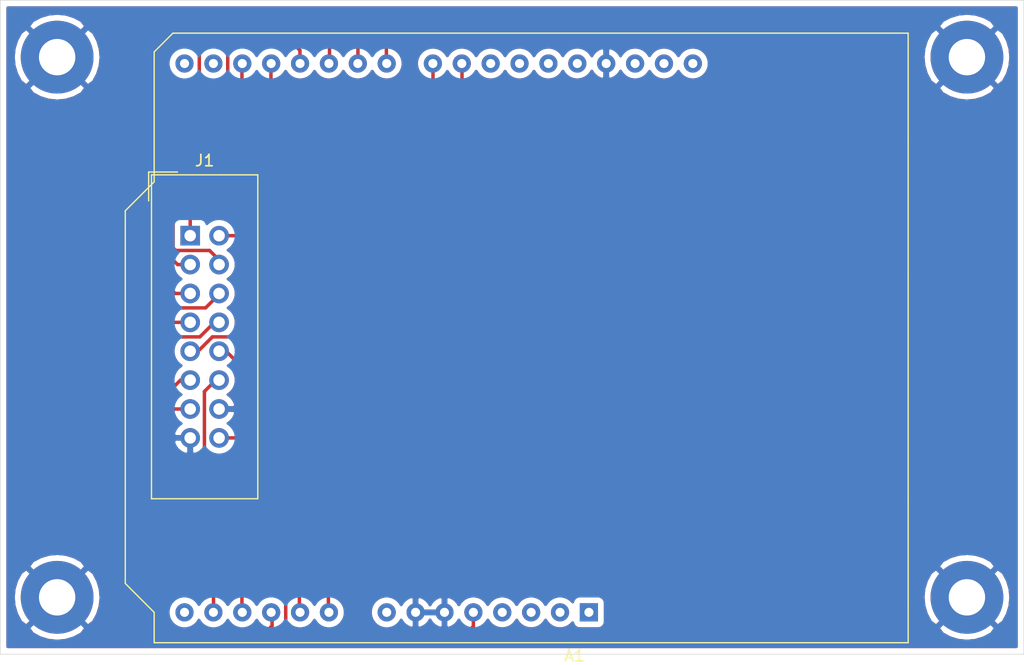
<source format=kicad_pcb>
(kicad_pcb (version 20171130) (host pcbnew 5.99.0+really5.1.10+dfsg1-1)

  (general
    (thickness 1.6)
    (drawings 4)
    (tracks 99)
    (zones 0)
    (modules 6)
    (nets 31)
  )

  (page A4)
  (layers
    (0 F.Cu signal)
    (31 B.Cu signal)
    (32 B.Adhes user)
    (33 F.Adhes user)
    (34 B.Paste user)
    (35 F.Paste user)
    (36 B.SilkS user)
    (37 F.SilkS user)
    (38 B.Mask user)
    (39 F.Mask user)
    (40 Dwgs.User user)
    (41 Cmts.User user)
    (42 Eco1.User user)
    (43 Eco2.User user)
    (44 Edge.Cuts user)
    (45 Margin user)
    (46 B.CrtYd user)
    (47 F.CrtYd user)
    (48 B.Fab user)
    (49 F.Fab user)
  )

  (setup
    (last_trace_width 0.3048)
    (user_trace_width 0.254)
    (user_trace_width 0.3048)
    (user_trace_width 0.4064)
    (user_trace_width 0.508)
    (user_trace_width 0.762)
    (trace_clearance 0.2032)
    (zone_clearance 0.508)
    (zone_45_only no)
    (trace_min 0.2)
    (via_size 0.762)
    (via_drill 0.4064)
    (via_min_size 0.4)
    (via_min_drill 0.3)
    (uvia_size 0.3048)
    (uvia_drill 0.1524)
    (uvias_allowed no)
    (uvia_min_size 0.2)
    (uvia_min_drill 0.1)
    (edge_width 0.05)
    (segment_width 0.2)
    (pcb_text_width 0.3)
    (pcb_text_size 1.5 1.5)
    (mod_edge_width 0.12)
    (mod_text_size 1 1)
    (mod_text_width 0.15)
    (pad_size 6.4 6.4)
    (pad_drill 3.2)
    (pad_to_mask_clearance 0)
    (aux_axis_origin 0 0)
    (visible_elements FFFFFF7F)
    (pcbplotparams
      (layerselection 0x010fc_ffffffff)
      (usegerberextensions false)
      (usegerberattributes true)
      (usegerberadvancedattributes true)
      (creategerberjobfile true)
      (excludeedgelayer true)
      (linewidth 0.050000)
      (plotframeref false)
      (viasonmask false)
      (mode 1)
      (useauxorigin false)
      (hpglpennumber 1)
      (hpglpenspeed 20)
      (hpglpendiameter 15.000000)
      (psnegative false)
      (psa4output false)
      (plotreference true)
      (plotvalue true)
      (plotinvisibletext false)
      (padsonsilk false)
      (subtractmaskfromsilk false)
      (outputformat 1)
      (mirror false)
      (drillshape 0)
      (scaleselection 1)
      (outputdirectory "gerber/"))
  )

  (net 0 "")
  (net 1 "Net-(A1-Pad32)")
  (net 2 "Net-(A1-Pad31)")
  (net 3 "Net-(A1-Pad1)")
  (net 4 D2)
  (net 5 "Net-(A1-Pad2)")
  (net 6 D3)
  (net 7 "Net-(A1-Pad3)")
  (net 8 D4)
  (net 9 3V3)
  (net 10 D5)
  (net 11 5V)
  (net 12 D6)
  (net 13 GND)
  (net 14 D7)
  (net 15 D0)
  (net 16 "Net-(A1-Pad8)")
  (net 17 D1)
  (net 18 RD)
  (net 19 "Net-(A1-Pad25)")
  (net 20 WR)
  (net 21 "Net-(A1-Pad26)")
  (net 22 RS)
  (net 23 "Net-(A1-Pad27)")
  (net 24 CS)
  (net 25 "Net-(A1-Pad28)")
  (net 26 RST)
  (net 27 "Net-(A1-Pad14)")
  (net 28 "Net-(A1-Pad30)")
  (net 29 "Net-(A1-Pad15)")
  (net 30 "Net-(A1-Pad16)")

  (net_class Default "This is the default net class."
    (clearance 0.2032)
    (trace_width 0.2032)
    (via_dia 0.762)
    (via_drill 0.4064)
    (uvia_dia 0.3048)
    (uvia_drill 0.1524)
    (diff_pair_width 0.2032)
    (diff_pair_gap 0.2032)
    (add_net 3V3)
    (add_net 5V)
    (add_net CS)
    (add_net D0)
    (add_net D1)
    (add_net D2)
    (add_net D3)
    (add_net D4)
    (add_net D5)
    (add_net D6)
    (add_net D7)
    (add_net GND)
    (add_net "Net-(A1-Pad1)")
    (add_net "Net-(A1-Pad14)")
    (add_net "Net-(A1-Pad15)")
    (add_net "Net-(A1-Pad16)")
    (add_net "Net-(A1-Pad2)")
    (add_net "Net-(A1-Pad25)")
    (add_net "Net-(A1-Pad26)")
    (add_net "Net-(A1-Pad27)")
    (add_net "Net-(A1-Pad28)")
    (add_net "Net-(A1-Pad3)")
    (add_net "Net-(A1-Pad30)")
    (add_net "Net-(A1-Pad31)")
    (add_net "Net-(A1-Pad32)")
    (add_net "Net-(A1-Pad8)")
    (add_net RD)
    (add_net RS)
    (add_net RST)
    (add_net WR)
  )

  (module Module:Arduino_UNO_R3 (layer F.Cu) (tedit 611A42C2) (tstamp 611A4324)
    (at 111.76 83.82 180)
    (descr "Arduino UNO R3, http://www.mouser.com/pdfdocs/Gravitech_Arduino_Nano3_0.pdf")
    (tags "Arduino UNO R3")
    (path /611E16A6)
    (fp_text reference A1 (at 1.27 -3.81) (layer F.SilkS)
      (effects (font (size 1 1) (thickness 0.15)))
    )
    (fp_text value Arduino_UNO_R3 (at 0 22.86 180) (layer F.Fab)
      (effects (font (size 1 1) (thickness 0.15)))
    )
    (fp_line (start 38.35 -2.79) (end 38.35 0) (layer F.CrtYd) (width 0.05))
    (fp_line (start 38.35 0) (end 40.89 2.54) (layer F.CrtYd) (width 0.05))
    (fp_line (start 40.89 2.54) (end 40.89 35.31) (layer F.CrtYd) (width 0.05))
    (fp_line (start 40.89 35.31) (end 38.35 37.85) (layer F.CrtYd) (width 0.05))
    (fp_line (start 38.35 37.85) (end 38.35 49.28) (layer F.CrtYd) (width 0.05))
    (fp_line (start 38.35 49.28) (end 36.58 51.05) (layer F.CrtYd) (width 0.05))
    (fp_line (start 36.58 51.05) (end -28.19 51.05) (layer F.CrtYd) (width 0.05))
    (fp_line (start -28.19 51.05) (end -28.19 41.53) (layer F.CrtYd) (width 0.05))
    (fp_line (start -28.19 41.53) (end -28.19 29.59) (layer F.CrtYd) (width 0.05))
    (fp_line (start -28.19 29.59) (end -28.19 9.78) (layer F.CrtYd) (width 0.05))
    (fp_line (start -28.19 9.78) (end -28.19 0.38) (layer F.CrtYd) (width 0.05))
    (fp_line (start -28.19 0.38) (end -28.19 -2.79) (layer F.CrtYd) (width 0.05))
    (fp_line (start -28.19 -2.79) (end 38.35 -2.79) (layer F.CrtYd) (width 0.05))
    (fp_line (start 40.77 35.31) (end 40.77 2.54) (layer F.SilkS) (width 0.12))
    (fp_line (start 40.77 2.54) (end 38.23 0) (layer F.SilkS) (width 0.12))
    (fp_line (start 38.23 0) (end 38.23 -2.67) (layer F.SilkS) (width 0.12))
    (fp_line (start 38.23 -2.67) (end -28.07 -2.67) (layer F.SilkS) (width 0.12))
    (fp_line (start -28.07 -2.67) (end -28.07 0.51) (layer F.SilkS) (width 0.12))
    (fp_line (start -28.07 0.51) (end -28.07 9.65) (layer F.SilkS) (width 0.12))
    (fp_line (start -28.07 9.65) (end -28.07 29.72) (layer F.SilkS) (width 0.12))
    (fp_line (start -28.07 29.72) (end -28.07 41.4) (layer F.SilkS) (width 0.12))
    (fp_line (start -28.07 41.4) (end -28.07 50.93) (layer F.SilkS) (width 0.12))
    (fp_line (start -28.07 50.93) (end 36.58 50.93) (layer F.SilkS) (width 0.12))
    (fp_line (start 36.58 50.93) (end 38.23 49.28) (layer F.SilkS) (width 0.12))
    (fp_line (start 38.23 49.28) (end 38.23 37.85) (layer F.SilkS) (width 0.12))
    (fp_line (start 38.23 37.85) (end 40.77 35.31) (layer F.SilkS) (width 0.12))
    (fp_line (start 38.1 37.85) (end 38.1 49.28) (layer F.Fab) (width 0.1))
    (fp_line (start 40.64 2.54) (end 40.64 35.31) (layer F.Fab) (width 0.1))
    (fp_line (start 40.64 35.31) (end 38.1 37.85) (layer F.Fab) (width 0.1))
    (fp_line (start 38.1 -2.54) (end 38.1 0) (layer F.Fab) (width 0.1))
    (fp_line (start 38.1 0) (end 40.64 2.54) (layer F.Fab) (width 0.1))
    (fp_line (start 38.1 49.28) (end 36.58 50.8) (layer F.Fab) (width 0.1))
    (fp_line (start 36.58 50.8) (end -27.94 50.8) (layer F.Fab) (width 0.1))
    (fp_line (start -27.94 50.8) (end -27.94 -2.54) (layer F.Fab) (width 0.1))
    (fp_line (start -27.94 -2.54) (end 38.1 -2.54) (layer F.Fab) (width 0.1))
    (fp_text user %R (at 0 20.32) (layer F.Fab)
      (effects (font (size 1 1) (thickness 0.15)))
    )
    (pad 32 thru_hole oval (at -9.14 48.26 270) (size 1.6 1.6) (drill 0.8) (layers *.Cu *.Mask)
      (net 1 "Net-(A1-Pad32)"))
    (pad 31 thru_hole oval (at -6.6 48.26 270) (size 1.6 1.6) (drill 0.8) (layers *.Cu *.Mask)
      (net 2 "Net-(A1-Pad31)"))
    (pad 1 thru_hole rect (at 0 0 270) (size 1.6 1.6) (drill 0.8) (layers *.Cu *.Mask)
      (net 3 "Net-(A1-Pad1)"))
    (pad 17 thru_hole oval (at 30.48 48.26 270) (size 1.6 1.6) (drill 0.8) (layers *.Cu *.Mask)
      (net 4 D2))
    (pad 2 thru_hole oval (at 2.54 0 270) (size 1.6 1.6) (drill 0.8) (layers *.Cu *.Mask)
      (net 5 "Net-(A1-Pad2)"))
    (pad 18 thru_hole oval (at 27.94 48.26 270) (size 1.6 1.6) (drill 0.8) (layers *.Cu *.Mask)
      (net 6 D3))
    (pad 3 thru_hole oval (at 5.08 0 270) (size 1.6 1.6) (drill 0.8) (layers *.Cu *.Mask)
      (net 7 "Net-(A1-Pad3)"))
    (pad 19 thru_hole oval (at 25.4 48.26 270) (size 1.6 1.6) (drill 0.8) (layers *.Cu *.Mask)
      (net 8 D4))
    (pad 4 thru_hole oval (at 7.62 0 270) (size 1.6 1.6) (drill 0.8) (layers *.Cu *.Mask)
      (net 9 3V3))
    (pad 20 thru_hole oval (at 22.86 48.26 270) (size 1.6 1.6) (drill 0.8) (layers *.Cu *.Mask)
      (net 10 D5))
    (pad 5 thru_hole oval (at 10.16 0 270) (size 1.6 1.6) (drill 0.8) (layers *.Cu *.Mask)
      (net 11 5V))
    (pad 21 thru_hole oval (at 20.32 48.26 270) (size 1.6 1.6) (drill 0.8) (layers *.Cu *.Mask)
      (net 12 D6))
    (pad 6 thru_hole oval (at 12.7 0 270) (size 1.6 1.6) (drill 0.8) (layers *.Cu *.Mask)
      (net 13 GND))
    (pad 22 thru_hole oval (at 17.78 48.26 270) (size 1.6 1.6) (drill 0.8) (layers *.Cu *.Mask)
      (net 14 D7))
    (pad 7 thru_hole oval (at 15.24 0 270) (size 1.6 1.6) (drill 0.8) (layers *.Cu *.Mask)
      (net 13 GND))
    (pad 23 thru_hole oval (at 13.72 48.26 270) (size 1.6 1.6) (drill 0.8) (layers *.Cu *.Mask)
      (net 15 D0))
    (pad 8 thru_hole oval (at 17.78 0 270) (size 1.6 1.6) (drill 0.8) (layers *.Cu *.Mask)
      (net 16 "Net-(A1-Pad8)"))
    (pad 24 thru_hole oval (at 11.18 48.26 270) (size 1.6 1.6) (drill 0.8) (layers *.Cu *.Mask)
      (net 17 D1))
    (pad 9 thru_hole oval (at 22.86 0 270) (size 1.6 1.6) (drill 0.8) (layers *.Cu *.Mask)
      (net 18 RD))
    (pad 25 thru_hole oval (at 8.64 48.26 270) (size 1.6 1.6) (drill 0.8) (layers *.Cu *.Mask)
      (net 19 "Net-(A1-Pad25)"))
    (pad 10 thru_hole oval (at 25.4 0 270) (size 1.6 1.6) (drill 0.8) (layers *.Cu *.Mask)
      (net 20 WR))
    (pad 26 thru_hole oval (at 6.1 48.26 270) (size 1.6 1.6) (drill 0.8) (layers *.Cu *.Mask)
      (net 21 "Net-(A1-Pad26)"))
    (pad 11 thru_hole oval (at 27.94 0 270) (size 1.6 1.6) (drill 0.8) (layers *.Cu *.Mask)
      (net 22 RS))
    (pad 27 thru_hole oval (at 3.56 48.26 270) (size 1.6 1.6) (drill 0.8) (layers *.Cu *.Mask)
      (net 23 "Net-(A1-Pad27)"))
    (pad 12 thru_hole oval (at 30.48 0 270) (size 1.6 1.6) (drill 0.8) (layers *.Cu *.Mask)
      (net 24 CS))
    (pad 28 thru_hole oval (at 1.02 48.26 270) (size 1.6 1.6) (drill 0.8) (layers *.Cu *.Mask)
      (net 25 "Net-(A1-Pad28)"))
    (pad 13 thru_hole oval (at 33.02 0 270) (size 1.6 1.6) (drill 0.8) (layers *.Cu *.Mask)
      (net 26 RST))
    (pad 29 thru_hole oval (at -1.52 48.26 270) (size 1.6 1.6) (drill 0.8) (layers *.Cu *.Mask)
      (net 13 GND))
    (pad 14 thru_hole oval (at 35.56 0 270) (size 1.6 1.6) (drill 0.8) (layers *.Cu *.Mask)
      (net 27 "Net-(A1-Pad14)"))
    (pad 30 thru_hole oval (at -4.06 48.26 270) (size 1.6 1.6) (drill 0.8) (layers *.Cu *.Mask)
      (net 28 "Net-(A1-Pad30)"))
    (pad 15 thru_hole oval (at 35.56 48.26 270) (size 1.6 1.6) (drill 0.8) (layers *.Cu *.Mask)
      (net 29 "Net-(A1-Pad15)"))
    (pad 16 thru_hole oval (at 33.02 48.26 270) (size 1.6 1.6) (drill 0.8) (layers *.Cu *.Mask)
      (net 30 "Net-(A1-Pad16)"))
    (model ${KISYS3DMOD}/Module.3dshapes/Arduino_UNO_R3.wrl
      (at (xyz 0 0 0))
      (scale (xyz 1 1 1))
      (rotate (xyz 0 0 0))
    )
  )

  (module MountingHole:MountingHole_3.2mm_M3_Pad (layer F.Cu) (tedit 611A46C3) (tstamp 611AA4CE)
    (at 145 82.5)
    (descr "Mounting Hole 3.2mm, M3")
    (tags "mounting hole 3.2mm m3")
    (attr virtual)
    (fp_text reference REF** (at 0 -4.2) (layer F.SilkS) hide
      (effects (font (size 1 1) (thickness 0.15)))
    )
    (fp_text value MountingHole_3.2mm_M3_Pad (at 0 4.2) (layer F.Fab) hide
      (effects (font (size 1 1) (thickness 0.15)))
    )
    (fp_circle (center 0 0) (end 3.2 0) (layer Cmts.User) (width 0.15))
    (fp_circle (center 0 0) (end 3.45 0) (layer F.CrtYd) (width 0.05))
    (fp_text user %R (at 0.3 0) (layer F.Fab)
      (effects (font (size 1 1) (thickness 0.15)))
    )
    (pad 1 thru_hole circle (at 0 0) (size 6.4 6.4) (drill 3.2) (layers *.Cu *.Mask)
      (net 13 GND))
  )

  (module MountingHole:MountingHole_3.2mm_M3_Pad (layer F.Cu) (tedit 611A46C3) (tstamp 611AA4C0)
    (at 145 35)
    (descr "Mounting Hole 3.2mm, M3")
    (tags "mounting hole 3.2mm m3")
    (attr virtual)
    (fp_text reference REF** (at 0 -4.2) (layer F.SilkS) hide
      (effects (font (size 1 1) (thickness 0.15)))
    )
    (fp_text value MountingHole_3.2mm_M3_Pad (at 0 4.2) (layer F.Fab) hide
      (effects (font (size 1 1) (thickness 0.15)))
    )
    (fp_circle (center 0 0) (end 3.45 0) (layer F.CrtYd) (width 0.05))
    (fp_circle (center 0 0) (end 3.2 0) (layer Cmts.User) (width 0.15))
    (fp_text user %R (at 0.3 0) (layer F.Fab)
      (effects (font (size 1 1) (thickness 0.15)))
    )
    (pad 1 thru_hole circle (at 0 0) (size 6.4 6.4) (drill 3.2) (layers *.Cu *.Mask)
      (net 13 GND))
  )

  (module MountingHole:MountingHole_3.2mm_M3_Pad (layer F.Cu) (tedit 611A46C3) (tstamp 611AA4AB)
    (at 65 82.5)
    (descr "Mounting Hole 3.2mm, M3")
    (tags "mounting hole 3.2mm m3")
    (attr virtual)
    (fp_text reference REF** (at 0 -4.2) (layer F.SilkS) hide
      (effects (font (size 1 1) (thickness 0.15)))
    )
    (fp_text value MountingHole_3.2mm_M3_Pad (at 0 4.2) (layer F.Fab) hide
      (effects (font (size 1 1) (thickness 0.15)))
    )
    (fp_circle (center 0 0) (end 3.2 0) (layer Cmts.User) (width 0.15))
    (fp_circle (center 0 0) (end 3.45 0) (layer F.CrtYd) (width 0.05))
    (fp_text user %R (at 0.3 0) (layer F.Fab)
      (effects (font (size 1 1) (thickness 0.15)))
    )
    (pad 1 thru_hole circle (at 0 0) (size 6.4 6.4) (drill 3.2) (layers *.Cu *.Mask)
      (net 13 GND))
  )

  (module MountingHole:MountingHole_3.2mm_M3_Pad (layer F.Cu) (tedit 611A46C3) (tstamp 611CDA24)
    (at 65 35)
    (descr "Mounting Hole 3.2mm, M3")
    (tags "mounting hole 3.2mm m3")
    (attr virtual)
    (fp_text reference REF** (at 0 -4.2) (layer F.SilkS) hide
      (effects (font (size 1 1) (thickness 0.15)))
    )
    (fp_text value MountingHole_3.2mm_M3_Pad (at 0 4.2) (layer F.Fab) hide
      (effects (font (size 1 1) (thickness 0.15)))
    )
    (fp_circle (center 0 0) (end 3.45 0) (layer F.CrtYd) (width 0.05))
    (fp_circle (center 0 0) (end 3.2 0) (layer Cmts.User) (width 0.15))
    (fp_text user %R (at 0.3 0) (layer F.Fab)
      (effects (font (size 1 1) (thickness 0.15)))
    )
    (pad 1 thru_hole circle (at 0 0) (size 6.4 6.4) (drill 3.2) (layers *.Cu *.Mask)
      (net 13 GND))
  )

  (module Connector_IDC:IDC-Header_2x08_P2.54mm_Vertical (layer F.Cu) (tedit 59DE0341) (tstamp 611A4352)
    (at 76.7 50.7)
    (descr "Through hole straight IDC box header, 2x08, 2.54mm pitch, double rows")
    (tags "Through hole IDC box header THT 2x08 2.54mm double row")
    (path /611CDF80)
    (fp_text reference J1 (at 1.27 -6.604) (layer F.SilkS)
      (effects (font (size 1 1) (thickness 0.15)))
    )
    (fp_text value Conn_02x08_Top_Bottom (at 1.27 24.384) (layer F.Fab) hide
      (effects (font (size 1 1) (thickness 0.15)))
    )
    (fp_line (start 5.695 -5.1) (end 5.695 22.88) (layer F.Fab) (width 0.1))
    (fp_line (start 5.145 -4.56) (end 5.145 22.32) (layer F.Fab) (width 0.1))
    (fp_line (start -3.155 -5.1) (end -3.155 22.88) (layer F.Fab) (width 0.1))
    (fp_line (start -2.605 -4.56) (end -2.605 6.64) (layer F.Fab) (width 0.1))
    (fp_line (start -2.605 11.14) (end -2.605 22.32) (layer F.Fab) (width 0.1))
    (fp_line (start -2.605 6.64) (end -3.155 6.64) (layer F.Fab) (width 0.1))
    (fp_line (start -2.605 11.14) (end -3.155 11.14) (layer F.Fab) (width 0.1))
    (fp_line (start 5.695 -5.1) (end -3.155 -5.1) (layer F.Fab) (width 0.1))
    (fp_line (start 5.145 -4.56) (end -2.605 -4.56) (layer F.Fab) (width 0.1))
    (fp_line (start 5.695 22.88) (end -3.155 22.88) (layer F.Fab) (width 0.1))
    (fp_line (start 5.145 22.32) (end -2.605 22.32) (layer F.Fab) (width 0.1))
    (fp_line (start 5.695 -5.1) (end 5.145 -4.56) (layer F.Fab) (width 0.1))
    (fp_line (start 5.695 22.88) (end 5.145 22.32) (layer F.Fab) (width 0.1))
    (fp_line (start -3.155 -5.1) (end -2.605 -4.56) (layer F.Fab) (width 0.1))
    (fp_line (start -3.155 22.88) (end -2.605 22.32) (layer F.Fab) (width 0.1))
    (fp_line (start 5.95 -5.35) (end 5.95 23.13) (layer F.CrtYd) (width 0.05))
    (fp_line (start 5.95 23.13) (end -3.41 23.13) (layer F.CrtYd) (width 0.05))
    (fp_line (start -3.41 23.13) (end -3.41 -5.35) (layer F.CrtYd) (width 0.05))
    (fp_line (start -3.41 -5.35) (end 5.95 -5.35) (layer F.CrtYd) (width 0.05))
    (fp_line (start 5.945 -5.35) (end 5.945 23.13) (layer F.SilkS) (width 0.12))
    (fp_line (start 5.945 23.13) (end -3.405 23.13) (layer F.SilkS) (width 0.12))
    (fp_line (start -3.405 23.13) (end -3.405 -5.35) (layer F.SilkS) (width 0.12))
    (fp_line (start -3.405 -5.35) (end 5.945 -5.35) (layer F.SilkS) (width 0.12))
    (fp_line (start -3.655 -5.6) (end -3.655 -3.06) (layer F.SilkS) (width 0.12))
    (fp_line (start -3.655 -5.6) (end -1.115 -5.6) (layer F.SilkS) (width 0.12))
    (fp_text user %R (at 1.27 8.89) (layer F.Fab)
      (effects (font (size 1 1) (thickness 0.15)))
    )
    (pad 1 thru_hole rect (at 0 0) (size 1.7272 1.7272) (drill 1.016) (layers *.Cu *.Mask)
      (net 15 D0))
    (pad 2 thru_hole oval (at 2.54 0) (size 1.7272 1.7272) (drill 1.016) (layers *.Cu *.Mask)
      (net 17 D1))
    (pad 3 thru_hole oval (at 0 2.54) (size 1.7272 1.7272) (drill 1.016) (layers *.Cu *.Mask)
      (net 4 D2))
    (pad 4 thru_hole oval (at 2.54 2.54) (size 1.7272 1.7272) (drill 1.016) (layers *.Cu *.Mask)
      (net 6 D3))
    (pad 5 thru_hole oval (at 0 5.08) (size 1.7272 1.7272) (drill 1.016) (layers *.Cu *.Mask)
      (net 8 D4))
    (pad 6 thru_hole oval (at 2.54 5.08) (size 1.7272 1.7272) (drill 1.016) (layers *.Cu *.Mask)
      (net 10 D5))
    (pad 7 thru_hole oval (at 0 7.62) (size 1.7272 1.7272) (drill 1.016) (layers *.Cu *.Mask)
      (net 12 D6))
    (pad 8 thru_hole oval (at 2.54 7.62) (size 1.7272 1.7272) (drill 1.016) (layers *.Cu *.Mask)
      (net 14 D7))
    (pad 9 thru_hole oval (at 0 10.16) (size 1.7272 1.7272) (drill 1.016) (layers *.Cu *.Mask)
      (net 18 RD))
    (pad 10 thru_hole oval (at 2.54 10.16) (size 1.7272 1.7272) (drill 1.016) (layers *.Cu *.Mask)
      (net 20 WR))
    (pad 11 thru_hole oval (at 0 12.7) (size 1.7272 1.7272) (drill 1.016) (layers *.Cu *.Mask)
      (net 22 RS))
    (pad 12 thru_hole oval (at 2.54 12.7) (size 1.7272 1.7272) (drill 1.016) (layers *.Cu *.Mask)
      (net 24 CS))
    (pad 13 thru_hole oval (at 0 15.24) (size 1.7272 1.7272) (drill 1.016) (layers *.Cu *.Mask)
      (net 26 RST))
    (pad 14 thru_hole oval (at 2.54 15.24) (size 1.7272 1.7272) (drill 1.016) (layers *.Cu *.Mask)
      (net 13 GND))
    (pad 15 thru_hole oval (at 0 17.78) (size 1.7272 1.7272) (drill 1.016) (layers *.Cu *.Mask)
      (net 13 GND))
    (pad 16 thru_hole oval (at 2.54 17.78) (size 1.7272 1.7272) (drill 1.016) (layers *.Cu *.Mask)
      (net 11 5V))
    (model ${KISYS3DMOD}/Connector_IDC.3dshapes/IDC-Header_2x08_P2.54mm_Vertical.wrl
      (at (xyz 0 0 0))
      (scale (xyz 1 1 1))
      (rotate (xyz 0 0 0))
    )
  )

  (gr_line (start 150 30) (end 150 87.5) (layer Edge.Cuts) (width 0.05) (tstamp 611A9E9A))
  (gr_line (start 60 87.5) (end 60 30) (layer Edge.Cuts) (width 0.05) (tstamp 611A9DA8))
  (gr_line (start 150 87.5) (end 60 87.5) (layer Edge.Cuts) (width 0.05))
  (gr_line (start 60 30) (end 150 30) (layer Edge.Cuts) (width 0.05))

  (segment (start 81.25 39.85) (end 81.25 35.45) (width 0.3048) (layer F.Cu) (net 4))
  (segment (start 74.5 46.6) (end 81.25 39.85) (width 0.3048) (layer F.Cu) (net 4))
  (segment (start 74.5 52.15) (end 74.5 46.6) (width 0.3048) (layer F.Cu) (net 4))
  (segment (start 75.59 53.24) (end 74.5 52.15) (width 0.3048) (layer F.Cu) (net 4))
  (segment (start 81.25 35.45) (end 81.25 35.4) (width 0.3048) (layer F.Cu) (net 4))
  (segment (start 76.7 53.24) (end 75.59 53.24) (width 0.3048) (layer F.Cu) (net 4))
  (segment (start 83.8 35.5) (end 83.8 35.45) (width 0.3048) (layer F.Cu) (net 6))
  (segment (start 83.8 38.6) (end 83.8 35.5) (width 0.3048) (layer F.Cu) (net 6))
  (segment (start 75.2 47.2) (end 83.8 38.6) (width 0.3048) (layer F.Cu) (net 6))
  (segment (start 75.2 51.770995) (end 75.2 47.2) (width 0.3048) (layer F.Cu) (net 6))
  (segment (start 75.429005 52) (end 75.2 51.770995) (width 0.3048) (layer F.Cu) (net 6))
  (segment (start 78.4 52) (end 75.429005 52) (width 0.3048) (layer F.Cu) (net 6))
  (segment (start 79.24 52.84) (end 78.4 52) (width 0.3048) (layer F.Cu) (net 6))
  (segment (start 79.24 53.24) (end 79.24 52.84) (width 0.3048) (layer F.Cu) (net 6))
  (segment (start 76.7 55.78) (end 75.38 55.78) (width 0.3048) (layer F.Cu) (net 8))
  (segment (start 75.38 55.78) (end 73.85 54.25) (width 0.3048) (layer F.Cu) (net 8))
  (segment (start 73.85 54.25) (end 73.85 46) (width 0.3048) (layer F.Cu) (net 8))
  (segment (start 73.85 46) (end 80 39.85) (width 0.3048) (layer F.Cu) (net 8))
  (segment (start 80 39.85) (end 80 34.65) (width 0.3048) (layer F.Cu) (net 8))
  (segment (start 80 34.65) (end 80.75 33.9) (width 0.3048) (layer F.Cu) (net 8))
  (segment (start 80.75 33.9) (end 85.85 33.9) (width 0.3048) (layer F.Cu) (net 8))
  (segment (start 85.85 33.9) (end 86.35 34.4) (width 0.3048) (layer F.Cu) (net 8))
  (segment (start 86.35 34.4) (end 86.35 35.6) (width 0.3048) (layer F.Cu) (net 8))
  (segment (start 86.35 35.6) (end 86.35 35.65) (width 0.3048) (layer F.Cu) (net 8))
  (segment (start 88.95 34.15) (end 88.95 35.65) (width 0.3048) (layer F.Cu) (net 10))
  (segment (start 87.95 33.15) (end 88.95 34.15) (width 0.3048) (layer F.Cu) (net 10))
  (segment (start 78.95 33.15) (end 87.95 33.15) (width 0.3048) (layer F.Cu) (net 10))
  (segment (start 77.5 40.55) (end 77.5 34.6) (width 0.3048) (layer F.Cu) (net 10))
  (segment (start 73.2 44.85) (end 77.5 40.55) (width 0.3048) (layer F.Cu) (net 10))
  (segment (start 73.2 54.95) (end 73.2 44.85) (width 0.3048) (layer F.Cu) (net 10))
  (segment (start 75.3 57.05) (end 73.2 54.95) (width 0.3048) (layer F.Cu) (net 10))
  (segment (start 88.95 35.65) (end 88.95 35.6) (width 0.3048) (layer F.Cu) (net 10))
  (segment (start 78.05 57.05) (end 75.3 57.05) (width 0.3048) (layer F.Cu) (net 10))
  (segment (start 77.5 34.6) (end 78.95 33.15) (width 0.3048) (layer F.Cu) (net 10))
  (segment (start 79.24 55.86) (end 78.05 57.05) (width 0.3048) (layer F.Cu) (net 10))
  (segment (start 79.24 55.78) (end 79.24 55.86) (width 0.3048) (layer F.Cu) (net 10))
  (segment (start 101.1 85.55) (end 101.6 85.05) (width 0.3048) (layer F.Cu) (net 11))
  (segment (start 86.05 85.55) (end 101.1 85.55) (width 0.3048) (layer F.Cu) (net 11))
  (segment (start 85.1 84.6) (end 86.05 85.55) (width 0.3048) (layer F.Cu) (net 11))
  (segment (start 85.1 71.9) (end 85.1 84.6) (width 0.3048) (layer F.Cu) (net 11))
  (segment (start 101.6 85.05) (end 101.6 83.6) (width 0.3048) (layer F.Cu) (net 11))
  (segment (start 81.68 68.48) (end 85.1 71.9) (width 0.3048) (layer F.Cu) (net 11))
  (segment (start 79.24 68.48) (end 81.68 68.48) (width 0.3048) (layer F.Cu) (net 11))
  (segment (start 91.45 34.2) (end 91.45 35.9) (width 0.3048) (layer F.Cu) (net 12))
  (segment (start 89.6 32.35) (end 91.45 34.2) (width 0.3048) (layer F.Cu) (net 12))
  (segment (start 77.05 32.35) (end 89.6 32.35) (width 0.3048) (layer F.Cu) (net 12))
  (segment (start 74.5 34.9) (end 77.05 32.35) (width 0.3048) (layer F.Cu) (net 12))
  (segment (start 74.5 41.85) (end 74.5 34.9) (width 0.3048) (layer F.Cu) (net 12))
  (segment (start 72.45 43.9) (end 74.5 41.85) (width 0.3048) (layer F.Cu) (net 12))
  (segment (start 72.45 55.9) (end 72.45 43.9) (width 0.3048) (layer F.Cu) (net 12))
  (segment (start 74.87 58.32) (end 72.45 55.9) (width 0.3048) (layer F.Cu) (net 12))
  (segment (start 76.7 58.32) (end 74.87 58.32) (width 0.3048) (layer F.Cu) (net 12))
  (segment (start 93.95 35.5) (end 94 35.55) (width 0.3048) (layer F.Cu) (net 14))
  (segment (start 93.95 34.05) (end 93.95 35.5) (width 0.3048) (layer F.Cu) (net 14))
  (segment (start 91.5 31.6) (end 93.95 34.05) (width 0.3048) (layer F.Cu) (net 14))
  (segment (start 73.8 34.3) (end 76.5 31.6) (width 0.3048) (layer F.Cu) (net 14))
  (segment (start 73.8 41.3) (end 73.8 34.3) (width 0.3048) (layer F.Cu) (net 14))
  (segment (start 71.8 43.3) (end 73.8 41.3) (width 0.3048) (layer F.Cu) (net 14))
  (segment (start 76.5 31.6) (end 91.5 31.6) (width 0.3048) (layer F.Cu) (net 14))
  (segment (start 71.8 56.5) (end 71.8 43.3) (width 0.3048) (layer F.Cu) (net 14))
  (segment (start 74.9 59.6) (end 71.8 56.5) (width 0.3048) (layer F.Cu) (net 14))
  (segment (start 77.55 59.6) (end 74.9 59.6) (width 0.3048) (layer F.Cu) (net 14))
  (segment (start 78.83 58.32) (end 77.55 59.6) (width 0.3048) (layer F.Cu) (net 14))
  (segment (start 79.24 58.32) (end 78.83 58.32) (width 0.3048) (layer F.Cu) (net 14))
  (segment (start 94.5 46.65) (end 98.05 43.1) (width 0.3048) (layer F.Cu) (net 15))
  (segment (start 78.4 46.65) (end 94.5 46.65) (width 0.3048) (layer F.Cu) (net 15))
  (segment (start 76.7 48.35) (end 78.4 46.65) (width 0.3048) (layer F.Cu) (net 15))
  (segment (start 98.05 43.1) (end 98.05 35.5) (width 0.3048) (layer F.Cu) (net 15))
  (segment (start 76.7 50.7) (end 76.7 48.35) (width 0.3048) (layer F.Cu) (net 15))
  (segment (start 79.24 50.7) (end 95.85 50.7) (width 0.3048) (layer F.Cu) (net 17))
  (segment (start 95.85 50.7) (end 100.6 45.95) (width 0.3048) (layer F.Cu) (net 17))
  (segment (start 100.6 45.95) (end 100.6 35.5) (width 0.3048) (layer F.Cu) (net 17))
  (segment (start 76.7 60.86) (end 77.39 60.86) (width 0.3048) (layer F.Cu) (net 18))
  (segment (start 77.39 60.86) (end 78.65 59.6) (width 0.3048) (layer F.Cu) (net 18))
  (segment (start 78.65 59.6) (end 80.7 59.6) (width 0.3048) (layer F.Cu) (net 18))
  (segment (start 80.7 59.6) (end 88.85 67.75) (width 0.3048) (layer F.Cu) (net 18))
  (segment (start 88.85 67.75) (end 88.85 83.95) (width 0.3048) (layer F.Cu) (net 18))
  (segment (start 79.24 60.86) (end 79.86 60.86) (width 0.3048) (layer F.Cu) (net 20))
  (segment (start 79.86 60.86) (end 86.3 67.3) (width 0.3048) (layer F.Cu) (net 20))
  (segment (start 86.3 67.3) (end 86.3 83.9) (width 0.3048) (layer F.Cu) (net 20))
  (segment (start 76.7 63.4) (end 75.85 63.4) (width 0.3048) (layer F.Cu) (net 22))
  (segment (start 75.85 63.4) (end 74.1 65.15) (width 0.3048) (layer F.Cu) (net 22))
  (segment (start 74.1 65.15) (end 74.1 84.3) (width 0.3048) (layer F.Cu) (net 22))
  (segment (start 74.1 84.3) (end 75.4 85.6) (width 0.3048) (layer F.Cu) (net 22))
  (segment (start 75.4 85.6) (end 83.3 85.6) (width 0.3048) (layer F.Cu) (net 22))
  (segment (start 83.3 85.6) (end 83.9 85) (width 0.3048) (layer F.Cu) (net 22))
  (segment (start 83.9 85) (end 83.9 83.9) (width 0.3048) (layer F.Cu) (net 22))
  (segment (start 79.24 63.4) (end 78.95 63.4) (width 0.3048) (layer F.Cu) (net 24))
  (segment (start 78.95 63.4) (end 77.95 64.4) (width 0.3048) (layer F.Cu) (net 24))
  (segment (start 77.95 64.4) (end 77.95 79.1) (width 0.3048) (layer F.Cu) (net 24))
  (segment (start 77.95 79.1) (end 81.25 82.4) (width 0.3048) (layer F.Cu) (net 24))
  (segment (start 81.25 82.4) (end 81.25 83.9) (width 0.3048) (layer F.Cu) (net 24))
  (segment (start 76.7 65.94) (end 75.31 65.94) (width 0.3048) (layer F.Cu) (net 26))
  (segment (start 75.31 65.94) (end 74.85 66.4) (width 0.3048) (layer F.Cu) (net 26))
  (segment (start 74.85 66.4) (end 74.85 80.8) (width 0.3048) (layer F.Cu) (net 26))
  (segment (start 74.85 80.8) (end 75.85 81.8) (width 0.3048) (layer F.Cu) (net 26))
  (segment (start 75.85 81.8) (end 78.05 81.8) (width 0.3048) (layer F.Cu) (net 26))
  (segment (start 78.05 81.8) (end 78.75 82.5) (width 0.3048) (layer F.Cu) (net 26))
  (segment (start 78.75 82.5) (end 78.75 83.85) (width 0.3048) (layer F.Cu) (net 26))

  (zone (net 13) (net_name GND) (layer F.Cu) (tstamp 0) (hatch edge 0.508)
    (connect_pads (clearance 0.508))
    (min_thickness 0.254)
    (fill yes (arc_segments 32) (thermal_gap 0.508) (thermal_bridge_width 0.508))
    (polygon
      (pts
        (xy 150 87.5) (xy 60 87.5) (xy 60 30) (xy 150 30)
      )
    )
    (filled_polygon
      (pts
        (xy 149.340001 86.84) (xy 60.66 86.84) (xy 60.66 85.200881) (xy 62.478724 85.200881) (xy 62.838912 85.690548)
        (xy 63.502882 86.050849) (xy 64.224385 86.274694) (xy 64.975695 86.35348) (xy 65.727938 86.284178) (xy 66.452208 86.069452)
        (xy 67.12067 85.717555) (xy 67.161088 85.690548) (xy 67.521276 85.200881) (xy 65 82.679605) (xy 62.478724 85.200881)
        (xy 60.66 85.200881) (xy 60.66 82.475695) (xy 61.14652 82.475695) (xy 61.215822 83.227938) (xy 61.430548 83.952208)
        (xy 61.782445 84.62067) (xy 61.809452 84.661088) (xy 62.299119 85.021276) (xy 64.820395 82.5) (xy 65.179605 82.5)
        (xy 67.700881 85.021276) (xy 68.190548 84.661088) (xy 68.550849 83.997118) (xy 68.774694 83.275615) (xy 68.85348 82.524305)
        (xy 68.784178 81.772062) (xy 68.569452 81.047792) (xy 68.217555 80.37933) (xy 68.190548 80.338912) (xy 67.700881 79.978724)
        (xy 65.179605 82.5) (xy 64.820395 82.5) (xy 62.299119 79.978724) (xy 61.809452 80.338912) (xy 61.449151 81.002882)
        (xy 61.225306 81.724385) (xy 61.14652 82.475695) (xy 60.66 82.475695) (xy 60.66 79.799119) (xy 62.478724 79.799119)
        (xy 65 82.320395) (xy 67.521276 79.799119) (xy 67.161088 79.309452) (xy 66.497118 78.949151) (xy 65.775615 78.725306)
        (xy 65.024305 78.64652) (xy 64.272062 78.715822) (xy 63.547792 78.930548) (xy 62.87933 79.282445) (xy 62.838912 79.309452)
        (xy 62.478724 79.799119) (xy 60.66 79.799119) (xy 60.66 43.3) (xy 71.008792 43.3) (xy 71.012601 43.338673)
        (xy 71.0126 56.461337) (xy 71.008792 56.5) (xy 71.0126 56.538663) (xy 71.0126 56.538672) (xy 71.023994 56.654356)
        (xy 71.069018 56.802782) (xy 71.142134 56.939571) (xy 71.240531 57.059469) (xy 71.270578 57.084128) (xy 74.315877 60.129428)
        (xy 74.340531 60.159469) (xy 74.460428 60.257866) (xy 74.597217 60.330982) (xy 74.745643 60.376006) (xy 74.861327 60.3874)
        (xy 74.861336 60.3874) (xy 74.899999 60.391208) (xy 74.938662 60.3874) (xy 75.273684 60.3874) (xy 75.25899 60.422875)
        (xy 75.2014 60.712401) (xy 75.2014 61.007599) (xy 75.25899 61.297125) (xy 75.371958 61.569853) (xy 75.535961 61.815302)
        (xy 75.744698 62.024039) (xy 75.903281 62.13) (xy 75.744698 62.235961) (xy 75.535961 62.444698) (xy 75.371958 62.690147)
        (xy 75.319522 62.816739) (xy 75.290531 62.840531) (xy 75.265881 62.870567) (xy 73.570577 64.565873) (xy 73.540531 64.590531)
        (xy 73.442134 64.710429) (xy 73.369018 64.847218) (xy 73.323994 64.995644) (xy 73.3126 65.111328) (xy 73.3126 65.111337)
        (xy 73.308792 65.15) (xy 73.3126 65.188663) (xy 73.312601 84.261327) (xy 73.308792 84.3) (xy 73.323995 84.454357)
        (xy 73.369018 84.602782) (xy 73.416284 84.691209) (xy 73.442135 84.739572) (xy 73.540532 84.859469) (xy 73.570573 84.884123)
        (xy 74.815881 86.129433) (xy 74.840531 86.159469) (xy 74.870567 86.184119) (xy 74.87057 86.184122) (xy 74.960427 86.257865)
        (xy 74.960428 86.257866) (xy 75.097217 86.330982) (xy 75.245643 86.376006) (xy 75.361327 86.3874) (xy 75.361335 86.3874)
        (xy 75.4 86.391208) (xy 75.438665 86.3874) (xy 83.261337 86.3874) (xy 83.3 86.391208) (xy 83.338663 86.3874)
        (xy 83.338673 86.3874) (xy 83.454357 86.376006) (xy 83.602783 86.330982) (xy 83.739572 86.257866) (xy 83.859469 86.159469)
        (xy 83.884127 86.129423) (xy 84.429434 85.584118) (xy 84.459469 85.559469) (xy 84.557866 85.439572) (xy 84.630982 85.302783)
        (xy 84.644539 85.25809) (xy 85.465877 86.079428) (xy 85.490531 86.109469) (xy 85.52057 86.134121) (xy 85.610427 86.207866)
        (xy 85.70397 86.257866) (xy 85.747217 86.280982) (xy 85.895643 86.326006) (xy 86.011327 86.3374) (xy 86.011337 86.3374)
        (xy 86.05 86.341208) (xy 86.088663 86.3374) (xy 101.061337 86.3374) (xy 101.1 86.341208) (xy 101.138663 86.3374)
        (xy 101.138673 86.3374) (xy 101.254357 86.326006) (xy 101.402783 86.280982) (xy 101.539572 86.207866) (xy 101.659469 86.109469)
        (xy 101.684128 86.079422) (xy 102.129423 85.634127) (xy 102.159469 85.609469) (xy 102.228058 85.525893) (xy 102.257866 85.489573)
        (xy 102.330982 85.352783) (xy 102.376006 85.204358) (xy 102.379267 85.171246) (xy 102.3874 85.088673) (xy 102.3874 85.088666)
        (xy 102.391208 85.05) (xy 102.388176 85.019217) (xy 102.514759 84.934637) (xy 102.714637 84.734759) (xy 102.87 84.502241)
        (xy 103.025363 84.734759) (xy 103.225241 84.934637) (xy 103.460273 85.09168) (xy 103.721426 85.199853) (xy 103.998665 85.255)
        (xy 104.281335 85.255) (xy 104.558574 85.199853) (xy 104.819727 85.09168) (xy 105.054759 84.934637) (xy 105.254637 84.734759)
        (xy 105.41 84.502241) (xy 105.565363 84.734759) (xy 105.765241 84.934637) (xy 106.000273 85.09168) (xy 106.261426 85.199853)
        (xy 106.538665 85.255) (xy 106.821335 85.255) (xy 107.098574 85.199853) (xy 107.359727 85.09168) (xy 107.594759 84.934637)
        (xy 107.794637 84.734759) (xy 107.95 84.502241) (xy 108.105363 84.734759) (xy 108.305241 84.934637) (xy 108.540273 85.09168)
        (xy 108.801426 85.199853) (xy 109.078665 85.255) (xy 109.361335 85.255) (xy 109.638574 85.199853) (xy 109.899727 85.09168)
        (xy 110.134759 84.934637) (xy 110.333357 84.736039) (xy 110.334188 84.744482) (xy 110.370498 84.86418) (xy 110.429463 84.974494)
        (xy 110.508815 85.071185) (xy 110.605506 85.150537) (xy 110.71582 85.209502) (xy 110.835518 85.245812) (xy 110.96 85.258072)
        (xy 112.56 85.258072) (xy 112.684482 85.245812) (xy 112.80418 85.209502) (xy 112.820308 85.200881) (xy 142.478724 85.200881)
        (xy 142.838912 85.690548) (xy 143.502882 86.050849) (xy 144.224385 86.274694) (xy 144.975695 86.35348) (xy 145.727938 86.284178)
        (xy 146.452208 86.069452) (xy 147.12067 85.717555) (xy 147.161088 85.690548) (xy 147.521276 85.200881) (xy 145 82.679605)
        (xy 142.478724 85.200881) (xy 112.820308 85.200881) (xy 112.914494 85.150537) (xy 113.011185 85.071185) (xy 113.090537 84.974494)
        (xy 113.149502 84.86418) (xy 113.185812 84.744482) (xy 113.198072 84.62) (xy 113.198072 83.02) (xy 113.185812 82.895518)
        (xy 113.149502 82.77582) (xy 113.090537 82.665506) (xy 113.011185 82.568815) (xy 112.914494 82.489463) (xy 112.888737 82.475695)
        (xy 141.14652 82.475695) (xy 141.215822 83.227938) (xy 141.430548 83.952208) (xy 141.782445 84.62067) (xy 141.809452 84.661088)
        (xy 142.299119 85.021276) (xy 144.820395 82.5) (xy 145.179605 82.5) (xy 147.700881 85.021276) (xy 148.190548 84.661088)
        (xy 148.550849 83.997118) (xy 148.774694 83.275615) (xy 148.85348 82.524305) (xy 148.784178 81.772062) (xy 148.569452 81.047792)
        (xy 148.217555 80.37933) (xy 148.190548 80.338912) (xy 147.700881 79.978724) (xy 145.179605 82.5) (xy 144.820395 82.5)
        (xy 142.299119 79.978724) (xy 141.809452 80.338912) (xy 141.449151 81.002882) (xy 141.225306 81.724385) (xy 141.14652 82.475695)
        (xy 112.888737 82.475695) (xy 112.80418 82.430498) (xy 112.684482 82.394188) (xy 112.56 82.381928) (xy 110.96 82.381928)
        (xy 110.835518 82.394188) (xy 110.71582 82.430498) (xy 110.605506 82.489463) (xy 110.508815 82.568815) (xy 110.429463 82.665506)
        (xy 110.370498 82.77582) (xy 110.334188 82.895518) (xy 110.333357 82.903961) (xy 110.134759 82.705363) (xy 109.899727 82.54832)
        (xy 109.638574 82.440147) (xy 109.361335 82.385) (xy 109.078665 82.385) (xy 108.801426 82.440147) (xy 108.540273 82.54832)
        (xy 108.305241 82.705363) (xy 108.105363 82.905241) (xy 107.95 83.137759) (xy 107.794637 82.905241) (xy 107.594759 82.705363)
        (xy 107.359727 82.54832) (xy 107.098574 82.440147) (xy 106.821335 82.385) (xy 106.538665 82.385) (xy 106.261426 82.440147)
        (xy 106.000273 82.54832) (xy 105.765241 82.705363) (xy 105.565363 82.905241) (xy 105.41 83.137759) (xy 105.254637 82.905241)
        (xy 105.054759 82.705363) (xy 104.819727 82.54832) (xy 104.558574 82.440147) (xy 104.281335 82.385) (xy 103.998665 82.385)
        (xy 103.721426 82.440147) (xy 103.460273 82.54832) (xy 103.225241 82.705363) (xy 103.025363 82.905241) (xy 102.87 83.137759)
        (xy 102.714637 82.905241) (xy 102.514759 82.705363) (xy 102.279727 82.54832) (xy 102.018574 82.440147) (xy 101.741335 82.385)
        (xy 101.458665 82.385) (xy 101.181426 82.440147) (xy 100.920273 82.54832) (xy 100.685241 82.705363) (xy 100.485363 82.905241)
        (xy 100.32832 83.140273) (xy 100.323933 83.150865) (xy 100.212385 82.964869) (xy 100.023414 82.756481) (xy 99.79742 82.588963)
        (xy 99.543087 82.468754) (xy 99.409039 82.428096) (xy 99.187 82.550085) (xy 99.187 83.693) (xy 99.207 83.693)
        (xy 99.207 83.947) (xy 99.187 83.947) (xy 99.187 83.967) (xy 98.933 83.967) (xy 98.933 83.947)
        (xy 96.647 83.947) (xy 96.647 83.967) (xy 96.393 83.967) (xy 96.393 83.947) (xy 96.373 83.947)
        (xy 96.373 83.693) (xy 96.393 83.693) (xy 96.393 82.550085) (xy 96.647 82.550085) (xy 96.647 83.693)
        (xy 98.933 83.693) (xy 98.933 82.550085) (xy 98.710961 82.428096) (xy 98.576913 82.468754) (xy 98.32258 82.588963)
        (xy 98.096586 82.756481) (xy 97.907615 82.964869) (xy 97.79 83.160982) (xy 97.672385 82.964869) (xy 97.483414 82.756481)
        (xy 97.25742 82.588963) (xy 97.003087 82.468754) (xy 96.869039 82.428096) (xy 96.647 82.550085) (xy 96.393 82.550085)
        (xy 96.170961 82.428096) (xy 96.036913 82.468754) (xy 95.78258 82.588963) (xy 95.556586 82.756481) (xy 95.367615 82.964869)
        (xy 95.256067 83.150865) (xy 95.25168 83.140273) (xy 95.094637 82.905241) (xy 94.894759 82.705363) (xy 94.659727 82.54832)
        (xy 94.398574 82.440147) (xy 94.121335 82.385) (xy 93.838665 82.385) (xy 93.561426 82.440147) (xy 93.300273 82.54832)
        (xy 93.065241 82.705363) (xy 92.865363 82.905241) (xy 92.70832 83.140273) (xy 92.600147 83.401426) (xy 92.545 83.678665)
        (xy 92.545 83.961335) (xy 92.600147 84.238574) (xy 92.70832 84.499727) (xy 92.865363 84.734759) (xy 92.893204 84.7626)
        (xy 89.986796 84.7626) (xy 90.014637 84.734759) (xy 90.17168 84.499727) (xy 90.279853 84.238574) (xy 90.335 83.961335)
        (xy 90.335 83.678665) (xy 90.279853 83.401426) (xy 90.17168 83.140273) (xy 90.014637 82.905241) (xy 89.814759 82.705363)
        (xy 89.6374 82.586856) (xy 89.6374 79.799119) (xy 142.478724 79.799119) (xy 145 82.320395) (xy 147.521276 79.799119)
        (xy 147.161088 79.309452) (xy 146.497118 78.949151) (xy 145.775615 78.725306) (xy 145.024305 78.64652) (xy 144.272062 78.715822)
        (xy 143.547792 78.930548) (xy 142.87933 79.282445) (xy 142.838912 79.309452) (xy 142.478724 79.799119) (xy 89.6374 79.799119)
        (xy 89.6374 67.788665) (xy 89.641208 67.75) (xy 89.6374 67.711335) (xy 89.6374 67.711327) (xy 89.626006 67.595643)
        (xy 89.580982 67.447217) (xy 89.507866 67.310428) (xy 89.46757 67.261327) (xy 89.434122 67.22057) (xy 89.434119 67.220567)
        (xy 89.409469 67.190531) (xy 89.379434 67.165882) (xy 81.284128 59.070578) (xy 81.259469 59.040531) (xy 81.139572 58.942134)
        (xy 81.002783 58.869018) (xy 80.854357 58.823994) (xy 80.738673 58.8126) (xy 80.738663 58.8126) (xy 80.7 58.808792)
        (xy 80.661337 58.8126) (xy 80.658031 58.8126) (xy 80.68101 58.757125) (xy 80.7386 58.467599) (xy 80.7386 58.172401)
        (xy 80.68101 57.882875) (xy 80.568042 57.610147) (xy 80.404039 57.364698) (xy 80.195302 57.155961) (xy 80.036719 57.05)
        (xy 80.195302 56.944039) (xy 80.404039 56.735302) (xy 80.568042 56.489853) (xy 80.68101 56.217125) (xy 80.7386 55.927599)
        (xy 80.7386 55.632401) (xy 80.68101 55.342875) (xy 80.568042 55.070147) (xy 80.404039 54.824698) (xy 80.195302 54.615961)
        (xy 80.036719 54.51) (xy 80.195302 54.404039) (xy 80.404039 54.195302) (xy 80.568042 53.949853) (xy 80.68101 53.677125)
        (xy 80.7386 53.387599) (xy 80.7386 53.092401) (xy 80.68101 52.802875) (xy 80.568042 52.530147) (xy 80.404039 52.284698)
        (xy 80.195302 52.075961) (xy 80.036719 51.97) (xy 80.195302 51.864039) (xy 80.404039 51.655302) (xy 80.516227 51.4874)
        (xy 95.811337 51.4874) (xy 95.85 51.491208) (xy 95.888663 51.4874) (xy 95.888673 51.4874) (xy 96.004357 51.476006)
        (xy 96.152783 51.430982) (xy 96.289572 51.357866) (xy 96.409469 51.259469) (xy 96.434128 51.229422) (xy 101.129434 46.534118)
        (xy 101.159469 46.509469) (xy 101.192667 46.469018) (xy 101.257865 46.389573) (xy 101.257866 46.389572) (xy 101.330982 46.252783)
        (xy 101.376006 46.104357) (xy 101.3874 45.988673) (xy 101.3874 45.988664) (xy 101.391208 45.950001) (xy 101.3874 45.911338)
        (xy 101.3874 37.700881) (xy 142.478724 37.700881) (xy 142.838912 38.190548) (xy 143.502882 38.550849) (xy 144.224385 38.774694)
        (xy 144.975695 38.85348) (xy 145.727938 38.784178) (xy 146.452208 38.569452) (xy 147.12067 38.217555) (xy 147.161088 38.190548)
        (xy 147.521276 37.700881) (xy 145 35.179605) (xy 142.478724 37.700881) (xy 101.3874 37.700881) (xy 101.3874 36.746372)
        (xy 101.494759 36.674637) (xy 101.694637 36.474759) (xy 101.85 36.242241) (xy 102.005363 36.474759) (xy 102.205241 36.674637)
        (xy 102.440273 36.83168) (xy 102.701426 36.939853) (xy 102.978665 36.995) (xy 103.261335 36.995) (xy 103.538574 36.939853)
        (xy 103.799727 36.83168) (xy 104.034759 36.674637) (xy 104.234637 36.474759) (xy 104.39 36.242241) (xy 104.545363 36.474759)
        (xy 104.745241 36.674637) (xy 104.980273 36.83168) (xy 105.241426 36.939853) (xy 105.518665 36.995) (xy 105.801335 36.995)
        (xy 106.078574 36.939853) (xy 106.339727 36.83168) (xy 106.574759 36.674637) (xy 106.774637 36.474759) (xy 106.93 36.242241)
        (xy 107.085363 36.474759) (xy 107.285241 36.674637) (xy 107.520273 36.83168) (xy 107.781426 36.939853) (xy 108.058665 36.995)
        (xy 108.341335 36.995) (xy 108.618574 36.939853) (xy 108.879727 36.83168) (xy 109.114759 36.674637) (xy 109.314637 36.474759)
        (xy 109.47 36.242241) (xy 109.625363 36.474759) (xy 109.825241 36.674637) (xy 110.060273 36.83168) (xy 110.321426 36.939853)
        (xy 110.598665 36.995) (xy 110.881335 36.995) (xy 111.158574 36.939853) (xy 111.419727 36.83168) (xy 111.654759 36.674637)
        (xy 111.854637 36.474759) (xy 112.01168 36.239727) (xy 112.016067 36.229135) (xy 112.127615 36.415131) (xy 112.316586 36.623519)
        (xy 112.54258 36.791037) (xy 112.796913 36.911246) (xy 112.930961 36.951904) (xy 113.153 36.829915) (xy 113.153 35.687)
        (xy 113.133 35.687) (xy 113.133 35.433) (xy 113.153 35.433) (xy 113.153 34.290085) (xy 113.407 34.290085)
        (xy 113.407 35.433) (xy 113.427 35.433) (xy 113.427 35.687) (xy 113.407 35.687) (xy 113.407 36.829915)
        (xy 113.629039 36.951904) (xy 113.763087 36.911246) (xy 114.01742 36.791037) (xy 114.243414 36.623519) (xy 114.432385 36.415131)
        (xy 114.543933 36.229135) (xy 114.54832 36.239727) (xy 114.705363 36.474759) (xy 114.905241 36.674637) (xy 115.140273 36.83168)
        (xy 115.401426 36.939853) (xy 115.678665 36.995) (xy 115.961335 36.995) (xy 116.238574 36.939853) (xy 116.499727 36.83168)
        (xy 116.734759 36.674637) (xy 116.934637 36.474759) (xy 117.09 36.242241) (xy 117.245363 36.474759) (xy 117.445241 36.674637)
        (xy 117.680273 36.83168) (xy 117.941426 36.939853) (xy 118.218665 36.995) (xy 118.501335 36.995) (xy 118.778574 36.939853)
        (xy 119.039727 36.83168) (xy 119.274759 36.674637) (xy 119.474637 36.474759) (xy 119.63 36.242241) (xy 119.785363 36.474759)
        (xy 119.985241 36.674637) (xy 120.220273 36.83168) (xy 120.481426 36.939853) (xy 120.758665 36.995) (xy 121.041335 36.995)
        (xy 121.318574 36.939853) (xy 121.579727 36.83168) (xy 121.814759 36.674637) (xy 122.014637 36.474759) (xy 122.17168 36.239727)
        (xy 122.279853 35.978574) (xy 122.335 35.701335) (xy 122.335 35.418665) (xy 122.279853 35.141426) (xy 122.211206 34.975695)
        (xy 141.14652 34.975695) (xy 141.215822 35.727938) (xy 141.430548 36.452208) (xy 141.782445 37.12067) (xy 141.809452 37.161088)
        (xy 142.299119 37.521276) (xy 144.820395 35) (xy 145.179605 35) (xy 147.700881 37.521276) (xy 148.190548 37.161088)
        (xy 148.550849 36.497118) (xy 148.774694 35.775615) (xy 148.85348 35.024305) (xy 148.784178 34.272062) (xy 148.569452 33.547792)
        (xy 148.217555 32.87933) (xy 148.190548 32.838912) (xy 147.700881 32.478724) (xy 145.179605 35) (xy 144.820395 35)
        (xy 142.299119 32.478724) (xy 141.809452 32.838912) (xy 141.449151 33.502882) (xy 141.225306 34.224385) (xy 141.14652 34.975695)
        (xy 122.211206 34.975695) (xy 122.17168 34.880273) (xy 122.014637 34.645241) (xy 121.814759 34.445363) (xy 121.579727 34.28832)
        (xy 121.318574 34.180147) (xy 121.041335 34.125) (xy 120.758665 34.125) (xy 120.481426 34.180147) (xy 120.220273 34.28832)
        (xy 119.985241 34.445363) (xy 119.785363 34.645241) (xy 119.63 34.877759) (xy 119.474637 34.645241) (xy 119.274759 34.445363)
        (xy 119.039727 34.28832) (xy 118.778574 34.180147) (xy 118.501335 34.125) (xy 118.218665 34.125) (xy 117.941426 34.180147)
        (xy 117.680273 34.28832) (xy 117.445241 34.445363) (xy 117.245363 34.645241) (xy 117.09 34.877759) (xy 116.934637 34.645241)
        (xy 116.734759 34.445363) (xy 116.499727 34.28832) (xy 116.238574 34.180147) (xy 115.961335 34.125) (xy 115.678665 34.125)
        (xy 115.401426 34.180147) (xy 115.140273 34.28832) (xy 114.905241 34.445363) (xy 114.705363 34.645241) (xy 114.54832 34.880273)
        (xy 114.543933 34.890865) (xy 114.432385 34.704869) (xy 114.243414 34.496481) (xy 114.01742 34.328963) (xy 113.763087 34.208754)
        (xy 113.629039 34.168096) (xy 113.407 34.290085) (xy 113.153 34.290085) (xy 112.930961 34.168096) (xy 112.796913 34.208754)
        (xy 112.54258 34.328963) (xy 112.316586 34.496481) (xy 112.127615 34.704869) (xy 112.016067 34.890865) (xy 112.01168 34.880273)
        (xy 111.854637 34.645241) (xy 111.654759 34.445363) (xy 111.419727 34.28832) (xy 111.158574 34.180147) (xy 110.881335 34.125)
        (xy 110.598665 34.125) (xy 110.321426 34.180147) (xy 110.060273 34.28832) (xy 109.825241 34.445363) (xy 109.625363 34.645241)
        (xy 109.47 34.877759) (xy 109.314637 34.645241) (xy 109.114759 34.445363) (xy 108.879727 34.28832) (xy 108.618574 34.180147)
        (xy 108.341335 34.125) (xy 108.058665 34.125) (xy 107.781426 34.180147) (xy 107.520273 34.28832) (xy 107.285241 34.445363)
        (xy 107.085363 34.645241) (xy 106.93 34.877759) (xy 106.774637 34.645241) (xy 106.574759 34.445363) (xy 106.339727 34.28832)
        (xy 106.078574 34.180147) (xy 105.801335 34.125) (xy 105.518665 34.125) (xy 105.241426 34.180147) (xy 104.980273 34.28832)
        (xy 104.745241 34.445363) (xy 104.545363 34.645241) (xy 104.39 34.877759) (xy 104.234637 34.645241) (xy 104.034759 34.445363)
        (xy 103.799727 34.28832) (xy 103.538574 34.180147) (xy 103.261335 34.125) (xy 102.978665 34.125) (xy 102.701426 34.180147)
        (xy 102.440273 34.28832) (xy 102.205241 34.445363) (xy 102.005363 34.645241) (xy 101.85 34.877759) (xy 101.694637 34.645241)
        (xy 101.494759 34.445363) (xy 101.259727 34.28832) (xy 100.998574 34.180147) (xy 100.721335 34.125) (xy 100.438665 34.125)
        (xy 100.161426 34.180147) (xy 99.900273 34.28832) (xy 99.665241 34.445363) (xy 99.465363 34.645241) (xy 99.31 34.877759)
        (xy 99.154637 34.645241) (xy 98.954759 34.445363) (xy 98.719727 34.28832) (xy 98.458574 34.180147) (xy 98.181335 34.125)
        (xy 97.898665 34.125) (xy 97.621426 34.180147) (xy 97.360273 34.28832) (xy 97.125241 34.445363) (xy 96.925363 34.645241)
        (xy 96.76832 34.880273) (xy 96.660147 35.141426) (xy 96.605 35.418665) (xy 96.605 35.701335) (xy 96.660147 35.978574)
        (xy 96.76832 36.239727) (xy 96.925363 36.474759) (xy 97.125241 36.674637) (xy 97.262601 36.766418) (xy 97.2626 42.773848)
        (xy 94.17385 45.8626) (xy 78.438662 45.8626) (xy 78.399999 45.858792) (xy 78.361336 45.8626) (xy 78.361327 45.8626)
        (xy 78.245643 45.873994) (xy 78.097217 45.919018) (xy 77.960428 45.992134) (xy 77.840531 46.090531) (xy 77.815878 46.120571)
        (xy 76.170573 47.765877) (xy 76.140532 47.790531) (xy 76.115879 47.820571) (xy 76.042135 47.910428) (xy 75.9874 48.012828)
        (xy 75.9874 47.52615) (xy 84.329434 39.184118) (xy 84.359469 39.159469) (xy 84.384119 39.129433) (xy 84.384122 39.12943)
        (xy 84.457866 39.039572) (xy 84.530982 38.902783) (xy 84.576006 38.754357) (xy 84.576006 38.754356) (xy 84.5874 38.638673)
        (xy 84.5874 38.638665) (xy 84.591208 38.6) (xy 84.5874 38.561335) (xy 84.5874 36.773099) (xy 84.734759 36.674637)
        (xy 84.934637 36.474759) (xy 85.09 36.242241) (xy 85.245363 36.474759) (xy 85.445241 36.674637) (xy 85.680273 36.83168)
        (xy 85.941426 36.939853) (xy 86.218665 36.995) (xy 86.501335 36.995) (xy 86.778574 36.939853) (xy 87.039727 36.83168)
        (xy 87.274759 36.674637) (xy 87.474637 36.474759) (xy 87.63 36.242241) (xy 87.785363 36.474759) (xy 87.985241 36.674637)
        (xy 88.220273 36.83168) (xy 88.481426 36.939853) (xy 88.758665 36.995) (xy 89.041335 36.995) (xy 89.318574 36.939853)
        (xy 89.579727 36.83168) (xy 89.814759 36.674637) (xy 90.014637 36.474759) (xy 90.17 36.242241) (xy 90.325363 36.474759)
        (xy 90.525241 36.674637) (xy 90.760273 36.83168) (xy 91.021426 36.939853) (xy 91.298665 36.995) (xy 91.581335 36.995)
        (xy 91.858574 36.939853) (xy 92.119727 36.83168) (xy 92.354759 36.674637) (xy 92.554637 36.474759) (xy 92.71 36.242241)
        (xy 92.865363 36.474759) (xy 93.065241 36.674637) (xy 93.300273 36.83168) (xy 93.561426 36.939853) (xy 93.838665 36.995)
        (xy 94.121335 36.995) (xy 94.398574 36.939853) (xy 94.659727 36.83168) (xy 94.894759 36.674637) (xy 95.094637 36.474759)
        (xy 95.25168 36.239727) (xy 95.359853 35.978574) (xy 95.415 35.701335) (xy 95.415 35.418665) (xy 95.359853 35.141426)
        (xy 95.25168 34.880273) (xy 95.094637 34.645241) (xy 94.894759 34.445363) (xy 94.7374 34.340219) (xy 94.7374 34.088662)
        (xy 94.741208 34.049999) (xy 94.7374 34.011336) (xy 94.7374 34.011327) (xy 94.726006 33.895643) (xy 94.680982 33.747217)
        (xy 94.607866 33.610428) (xy 94.551819 33.542134) (xy 94.534121 33.520569) (xy 94.534119 33.520567) (xy 94.509469 33.490531)
        (xy 94.479434 33.465882) (xy 93.312671 32.299119) (xy 142.478724 32.299119) (xy 145 34.820395) (xy 147.521276 32.299119)
        (xy 147.161088 31.809452) (xy 146.497118 31.449151) (xy 145.775615 31.225306) (xy 145.024305 31.14652) (xy 144.272062 31.215822)
        (xy 143.547792 31.430548) (xy 142.87933 31.782445) (xy 142.838912 31.809452) (xy 142.478724 32.299119) (xy 93.312671 32.299119)
        (xy 92.084128 31.070578) (xy 92.059469 31.040531) (xy 91.939572 30.942134) (xy 91.802783 30.869018) (xy 91.654357 30.823994)
        (xy 91.538673 30.8126) (xy 91.538663 30.8126) (xy 91.5 30.808792) (xy 91.461337 30.8126) (xy 76.538665 30.8126)
        (xy 76.5 30.808792) (xy 76.461335 30.8126) (xy 76.461327 30.8126) (xy 76.345643 30.823994) (xy 76.197217 30.869018)
        (xy 76.060428 30.942134) (xy 75.97057 31.015878) (xy 75.970567 31.015881) (xy 75.940531 31.040531) (xy 75.915881 31.070567)
        (xy 73.270573 33.715877) (xy 73.240532 33.740531) (xy 73.172036 33.823994) (xy 73.142135 33.860428) (xy 73.069018 33.997218)
        (xy 73.023995 34.145643) (xy 73.008792 34.3) (xy 73.012601 34.338673) (xy 73.0126 40.973848) (xy 71.270573 42.715877)
        (xy 71.240532 42.740531) (xy 71.215879 42.770571) (xy 71.142135 42.860428) (xy 71.069018 42.997218) (xy 71.023995 43.145643)
        (xy 71.008792 43.3) (xy 60.66 43.3) (xy 60.66 37.700881) (xy 62.478724 37.700881) (xy 62.838912 38.190548)
        (xy 63.502882 38.550849) (xy 64.224385 38.774694) (xy 64.975695 38.85348) (xy 65.727938 38.784178) (xy 66.452208 38.569452)
        (xy 67.12067 38.217555) (xy 67.161088 38.190548) (xy 67.521276 37.700881) (xy 65 35.179605) (xy 62.478724 37.700881)
        (xy 60.66 37.700881) (xy 60.66 34.975695) (xy 61.14652 34.975695) (xy 61.215822 35.727938) (xy 61.430548 36.452208)
        (xy 61.782445 37.12067) (xy 61.809452 37.161088) (xy 62.299119 37.521276) (xy 64.820395 35) (xy 65.179605 35)
        (xy 67.700881 37.521276) (xy 68.190548 37.161088) (xy 68.550849 36.497118) (xy 68.774694 35.775615) (xy 68.85348 35.024305)
        (xy 68.784178 34.272062) (xy 68.569452 33.547792) (xy 68.217555 32.87933) (xy 68.190548 32.838912) (xy 67.700881 32.478724)
        (xy 65.179605 35) (xy 64.820395 35) (xy 62.299119 32.478724) (xy 61.809452 32.838912) (xy 61.449151 33.502882)
        (xy 61.225306 34.224385) (xy 61.14652 34.975695) (xy 60.66 34.975695) (xy 60.66 32.299119) (xy 62.478724 32.299119)
        (xy 65 34.820395) (xy 67.521276 32.299119) (xy 67.161088 31.809452) (xy 66.497118 31.449151) (xy 65.775615 31.225306)
        (xy 65.024305 31.14652) (xy 64.272062 31.215822) (xy 63.547792 31.430548) (xy 62.87933 31.782445) (xy 62.838912 31.809452)
        (xy 62.478724 32.299119) (xy 60.66 32.299119) (xy 60.66 30.66) (xy 149.34 30.66)
      )
    )
    (filled_polygon
      (pts
        (xy 76.827 68.353) (xy 76.847 68.353) (xy 76.847 68.607) (xy 76.827 68.607) (xy 76.827 69.814464)
        (xy 77.059027 69.934963) (xy 77.1626 69.898314) (xy 77.162601 79.061327) (xy 77.158792 79.1) (xy 77.173995 79.254357)
        (xy 77.219018 79.402782) (xy 77.219019 79.402783) (xy 77.292135 79.539572) (xy 77.390532 79.659469) (xy 77.420573 79.684123)
        (xy 80.411142 82.674693) (xy 80.365241 82.705363) (xy 80.165363 82.905241) (xy 80.01 83.137759) (xy 79.854637 82.905241)
        (xy 79.654759 82.705363) (xy 79.5374 82.626946) (xy 79.5374 82.538662) (xy 79.541208 82.499999) (xy 79.5374 82.461336)
        (xy 79.5374 82.461327) (xy 79.526006 82.345643) (xy 79.480982 82.197217) (xy 79.407866 82.060428) (xy 79.309469 81.940531)
        (xy 79.279434 81.915882) (xy 78.634127 81.270577) (xy 78.609469 81.240531) (xy 78.489572 81.142134) (xy 78.352783 81.069018)
        (xy 78.204357 81.023994) (xy 78.088673 81.0126) (xy 78.088663 81.0126) (xy 78.05 81.008792) (xy 78.011337 81.0126)
        (xy 76.176152 81.0126) (xy 75.6374 80.47385) (xy 75.6374 69.530121) (xy 75.811512 69.686817) (xy 76.064022 69.836964)
        (xy 76.340973 69.934963) (xy 76.573 69.814464) (xy 76.573 68.607) (xy 76.553 68.607) (xy 76.553 68.353)
        (xy 76.573 68.353) (xy 76.573 68.333) (xy 76.827 68.333)
      )
    )
    (filled_polygon
      (pts
        (xy 85.5126 67.626152) (xy 85.5126 71.199048) (xy 82.264128 67.950578) (xy 82.239469 67.920531) (xy 82.119572 67.822134)
        (xy 81.982783 67.749018) (xy 81.834357 67.703994) (xy 81.718673 67.6926) (xy 81.718663 67.6926) (xy 81.68 67.688792)
        (xy 81.641337 67.6926) (xy 80.516227 67.6926) (xy 80.404039 67.524698) (xy 80.195302 67.315961) (xy 80.029897 67.205441)
        (xy 80.128488 67.146817) (xy 80.346854 66.950293) (xy 80.522684 66.714944) (xy 80.649222 66.449814) (xy 80.694958 66.299026)
        (xy 80.573817 66.067) (xy 79.367 66.067) (xy 79.367 66.087) (xy 79.113 66.087) (xy 79.113 66.067)
        (xy 79.093 66.067) (xy 79.093 65.813) (xy 79.113 65.813) (xy 79.113 65.793) (xy 79.367 65.793)
        (xy 79.367 65.813) (xy 80.573817 65.813) (xy 80.694958 65.580974) (xy 80.649222 65.430186) (xy 80.522684 65.165056)
        (xy 80.346854 64.929707) (xy 80.128488 64.733183) (xy 80.029897 64.674559) (xy 80.195302 64.564039) (xy 80.404039 64.355302)
        (xy 80.568042 64.109853) (xy 80.68101 63.837125) (xy 80.7386 63.547599) (xy 80.7386 63.252401) (xy 80.68101 62.962875)
        (xy 80.568042 62.690147) (xy 80.550816 62.664366)
      )
    )
  )
  (zone (net 13) (net_name GND) (layer B.Cu) (tstamp 0) (hatch edge 0.508)
    (connect_pads (clearance 0.508))
    (min_thickness 0.254)
    (fill yes (arc_segments 32) (thermal_gap 0.508) (thermal_bridge_width 0.508))
    (polygon
      (pts
        (xy 150 87.5) (xy 60 87.5) (xy 60 30) (xy 150 30)
      )
    )
    (filled_polygon
      (pts
        (xy 149.340001 86.84) (xy 60.66 86.84) (xy 60.66 85.200881) (xy 62.478724 85.200881) (xy 62.838912 85.690548)
        (xy 63.502882 86.050849) (xy 64.224385 86.274694) (xy 64.975695 86.35348) (xy 65.727938 86.284178) (xy 66.452208 86.069452)
        (xy 67.12067 85.717555) (xy 67.161088 85.690548) (xy 67.521276 85.200881) (xy 65 82.679605) (xy 62.478724 85.200881)
        (xy 60.66 85.200881) (xy 60.66 82.475695) (xy 61.14652 82.475695) (xy 61.215822 83.227938) (xy 61.430548 83.952208)
        (xy 61.782445 84.62067) (xy 61.809452 84.661088) (xy 62.299119 85.021276) (xy 64.820395 82.5) (xy 65.179605 82.5)
        (xy 67.700881 85.021276) (xy 68.190548 84.661088) (xy 68.550849 83.997118) (xy 68.649648 83.678665) (xy 74.765 83.678665)
        (xy 74.765 83.961335) (xy 74.820147 84.238574) (xy 74.92832 84.499727) (xy 75.085363 84.734759) (xy 75.285241 84.934637)
        (xy 75.520273 85.09168) (xy 75.781426 85.199853) (xy 76.058665 85.255) (xy 76.341335 85.255) (xy 76.618574 85.199853)
        (xy 76.879727 85.09168) (xy 77.114759 84.934637) (xy 77.314637 84.734759) (xy 77.47 84.502241) (xy 77.625363 84.734759)
        (xy 77.825241 84.934637) (xy 78.060273 85.09168) (xy 78.321426 85.199853) (xy 78.598665 85.255) (xy 78.881335 85.255)
        (xy 79.158574 85.199853) (xy 79.419727 85.09168) (xy 79.654759 84.934637) (xy 79.854637 84.734759) (xy 80.01 84.502241)
        (xy 80.165363 84.734759) (xy 80.365241 84.934637) (xy 80.600273 85.09168) (xy 80.861426 85.199853) (xy 81.138665 85.255)
        (xy 81.421335 85.255) (xy 81.698574 85.199853) (xy 81.959727 85.09168) (xy 82.194759 84.934637) (xy 82.394637 84.734759)
        (xy 82.55 84.502241) (xy 82.705363 84.734759) (xy 82.905241 84.934637) (xy 83.140273 85.09168) (xy 83.401426 85.199853)
        (xy 83.678665 85.255) (xy 83.961335 85.255) (xy 84.238574 85.199853) (xy 84.499727 85.09168) (xy 84.734759 84.934637)
        (xy 84.934637 84.734759) (xy 85.09 84.502241) (xy 85.245363 84.734759) (xy 85.445241 84.934637) (xy 85.680273 85.09168)
        (xy 85.941426 85.199853) (xy 86.218665 85.255) (xy 86.501335 85.255) (xy 86.778574 85.199853) (xy 87.039727 85.09168)
        (xy 87.274759 84.934637) (xy 87.474637 84.734759) (xy 87.63 84.502241) (xy 87.785363 84.734759) (xy 87.985241 84.934637)
        (xy 88.220273 85.09168) (xy 88.481426 85.199853) (xy 88.758665 85.255) (xy 89.041335 85.255) (xy 89.318574 85.199853)
        (xy 89.579727 85.09168) (xy 89.814759 84.934637) (xy 90.014637 84.734759) (xy 90.17168 84.499727) (xy 90.279853 84.238574)
        (xy 90.335 83.961335) (xy 90.335 83.678665) (xy 92.545 83.678665) (xy 92.545 83.961335) (xy 92.600147 84.238574)
        (xy 92.70832 84.499727) (xy 92.865363 84.734759) (xy 93.065241 84.934637) (xy 93.300273 85.09168) (xy 93.561426 85.199853)
        (xy 93.838665 85.255) (xy 94.121335 85.255) (xy 94.398574 85.199853) (xy 94.659727 85.09168) (xy 94.894759 84.934637)
        (xy 95.094637 84.734759) (xy 95.25168 84.499727) (xy 95.256067 84.489135) (xy 95.367615 84.675131) (xy 95.556586 84.883519)
        (xy 95.78258 85.051037) (xy 96.036913 85.171246) (xy 96.170961 85.211904) (xy 96.393 85.089915) (xy 96.393 83.947)
        (xy 96.647 83.947) (xy 96.647 85.089915) (xy 96.869039 85.211904) (xy 97.003087 85.171246) (xy 97.25742 85.051037)
        (xy 97.483414 84.883519) (xy 97.672385 84.675131) (xy 97.79 84.479018) (xy 97.907615 84.675131) (xy 98.096586 84.883519)
        (xy 98.32258 85.051037) (xy 98.576913 85.171246) (xy 98.710961 85.211904) (xy 98.933 85.089915) (xy 98.933 83.947)
        (xy 96.647 83.947) (xy 96.393 83.947) (xy 96.373 83.947) (xy 96.373 83.693) (xy 96.393 83.693)
        (xy 96.393 82.550085) (xy 96.647 82.550085) (xy 96.647 83.693) (xy 98.933 83.693) (xy 98.933 82.550085)
        (xy 99.187 82.550085) (xy 99.187 83.693) (xy 99.207 83.693) (xy 99.207 83.947) (xy 99.187 83.947)
        (xy 99.187 85.089915) (xy 99.409039 85.211904) (xy 99.543087 85.171246) (xy 99.79742 85.051037) (xy 100.023414 84.883519)
        (xy 100.212385 84.675131) (xy 100.323933 84.489135) (xy 100.32832 84.499727) (xy 100.485363 84.734759) (xy 100.685241 84.934637)
        (xy 100.920273 85.09168) (xy 101.181426 85.199853) (xy 101.458665 85.255) (xy 101.741335 85.255) (xy 102.018574 85.199853)
        (xy 102.279727 85.09168) (xy 102.514759 84.934637) (xy 102.714637 84.734759) (xy 102.87 84.502241) (xy 103.025363 84.734759)
        (xy 103.225241 84.934637) (xy 103.460273 85.09168) (xy 103.721426 85.199853) (xy 103.998665 85.255) (xy 104.281335 85.255)
        (xy 104.558574 85.199853) (xy 104.819727 85.09168) (xy 105.054759 84.934637) (xy 105.254637 84.734759) (xy 105.41 84.502241)
        (xy 105.565363 84.734759) (xy 105.765241 84.934637) (xy 106.000273 85.09168) (xy 106.261426 85.199853) (xy 106.538665 85.255)
        (xy 106.821335 85.255) (xy 107.098574 85.199853) (xy 107.359727 85.09168) (xy 107.594759 84.934637) (xy 107.794637 84.734759)
        (xy 107.95 84.502241) (xy 108.105363 84.734759) (xy 108.305241 84.934637) (xy 108.540273 85.09168) (xy 108.801426 85.199853)
        (xy 109.078665 85.255) (xy 109.361335 85.255) (xy 109.638574 85.199853) (xy 109.899727 85.09168) (xy 110.134759 84.934637)
        (xy 110.333357 84.736039) (xy 110.334188 84.744482) (xy 110.370498 84.86418) (xy 110.429463 84.974494) (xy 110.508815 85.071185)
        (xy 110.605506 85.150537) (xy 110.71582 85.209502) (xy 110.835518 85.245812) (xy 110.96 85.258072) (xy 112.56 85.258072)
        (xy 112.684482 85.245812) (xy 112.80418 85.209502) (xy 112.820308 85.200881) (xy 142.478724 85.200881) (xy 142.838912 85.690548)
        (xy 143.502882 86.050849) (xy 144.224385 86.274694) (xy 144.975695 86.35348) (xy 145.727938 86.284178) (xy 146.452208 86.069452)
        (xy 147.12067 85.717555) (xy 147.161088 85.690548) (xy 147.521276 85.200881) (xy 145 82.679605) (xy 142.478724 85.200881)
        (xy 112.820308 85.200881) (xy 112.914494 85.150537) (xy 113.011185 85.071185) (xy 113.090537 84.974494) (xy 113.149502 84.86418)
        (xy 113.185812 84.744482) (xy 113.198072 84.62) (xy 113.198072 83.02) (xy 113.185812 82.895518) (xy 113.149502 82.77582)
        (xy 113.090537 82.665506) (xy 113.011185 82.568815) (xy 112.914494 82.489463) (xy 112.888737 82.475695) (xy 141.14652 82.475695)
        (xy 141.215822 83.227938) (xy 141.430548 83.952208) (xy 141.782445 84.62067) (xy 141.809452 84.661088) (xy 142.299119 85.021276)
        (xy 144.820395 82.5) (xy 145.179605 82.5) (xy 147.700881 85.021276) (xy 148.190548 84.661088) (xy 148.550849 83.997118)
        (xy 148.774694 83.275615) (xy 148.85348 82.524305) (xy 148.784178 81.772062) (xy 148.569452 81.047792) (xy 148.217555 80.37933)
        (xy 148.190548 80.338912) (xy 147.700881 79.978724) (xy 145.179605 82.5) (xy 144.820395 82.5) (xy 142.299119 79.978724)
        (xy 141.809452 80.338912) (xy 141.449151 81.002882) (xy 141.225306 81.724385) (xy 141.14652 82.475695) (xy 112.888737 82.475695)
        (xy 112.80418 82.430498) (xy 112.684482 82.394188) (xy 112.56 82.381928) (xy 110.96 82.381928) (xy 110.835518 82.394188)
        (xy 110.71582 82.430498) (xy 110.605506 82.489463) (xy 110.508815 82.568815) (xy 110.429463 82.665506) (xy 110.370498 82.77582)
        (xy 110.334188 82.895518) (xy 110.333357 82.903961) (xy 110.134759 82.705363) (xy 109.899727 82.54832) (xy 109.638574 82.440147)
        (xy 109.361335 82.385) (xy 109.078665 82.385) (xy 108.801426 82.440147) (xy 108.540273 82.54832) (xy 108.305241 82.705363)
        (xy 108.105363 82.905241) (xy 107.95 83.137759) (xy 107.794637 82.905241) (xy 107.594759 82.705363) (xy 107.359727 82.54832)
        (xy 107.098574 82.440147) (xy 106.821335 82.385) (xy 106.538665 82.385) (xy 106.261426 82.440147) (xy 106.000273 82.54832)
        (xy 105.765241 82.705363) (xy 105.565363 82.905241) (xy 105.41 83.137759) (xy 105.254637 82.905241) (xy 105.054759 82.705363)
        (xy 104.819727 82.54832) (xy 104.558574 82.440147) (xy 104.281335 82.385) (xy 103.998665 82.385) (xy 103.721426 82.440147)
        (xy 103.460273 82.54832) (xy 103.225241 82.705363) (xy 103.025363 82.905241) (xy 102.87 83.137759) (xy 102.714637 82.905241)
        (xy 102.514759 82.705363) (xy 102.279727 82.54832) (xy 102.018574 82.440147) (xy 101.741335 82.385) (xy 101.458665 82.385)
        (xy 101.181426 82.440147) (xy 100.920273 82.54832) (xy 100.685241 82.705363) (xy 100.485363 82.905241) (xy 100.32832 83.140273)
        (xy 100.323933 83.150865) (xy 100.212385 82.964869) (xy 100.023414 82.756481) (xy 99.79742 82.588963) (xy 99.543087 82.468754)
        (xy 99.409039 82.428096) (xy 99.187 82.550085) (xy 98.933 82.550085) (xy 98.710961 82.428096) (xy 98.576913 82.468754)
        (xy 98.32258 82.588963) (xy 98.096586 82.756481) (xy 97.907615 82.964869) (xy 97.79 83.160982) (xy 97.672385 82.964869)
        (xy 97.483414 82.756481) (xy 97.25742 82.588963) (xy 97.003087 82.468754) (xy 96.869039 82.428096) (xy 96.647 82.550085)
        (xy 96.393 82.550085) (xy 96.170961 82.428096) (xy 96.036913 82.468754) (xy 95.78258 82.588963) (xy 95.556586 82.756481)
        (xy 95.367615 82.964869) (xy 95.256067 83.150865) (xy 95.25168 83.140273) (xy 95.094637 82.905241) (xy 94.894759 82.705363)
        (xy 94.659727 82.54832) (xy 94.398574 82.440147) (xy 94.121335 82.385) (xy 93.838665 82.385) (xy 93.561426 82.440147)
        (xy 93.300273 82.54832) (xy 93.065241 82.705363) (xy 92.865363 82.905241) (xy 92.70832 83.140273) (xy 92.600147 83.401426)
        (xy 92.545 83.678665) (xy 90.335 83.678665) (xy 90.279853 83.401426) (xy 90.17168 83.140273) (xy 90.014637 82.905241)
        (xy 89.814759 82.705363) (xy 89.579727 82.54832) (xy 89.318574 82.440147) (xy 89.041335 82.385) (xy 88.758665 82.385)
        (xy 88.481426 82.440147) (xy 88.220273 82.54832) (xy 87.985241 82.705363) (xy 87.785363 82.905241) (xy 87.63 83.137759)
        (xy 87.474637 82.905241) (xy 87.274759 82.705363) (xy 87.039727 82.54832) (xy 86.778574 82.440147) (xy 86.501335 82.385)
        (xy 86.218665 82.385) (xy 85.941426 82.440147) (xy 85.680273 82.54832) (xy 85.445241 82.705363) (xy 85.245363 82.905241)
        (xy 85.09 83.137759) (xy 84.934637 82.905241) (xy 84.734759 82.705363) (xy 84.499727 82.54832) (xy 84.238574 82.440147)
        (xy 83.961335 82.385) (xy 83.678665 82.385) (xy 83.401426 82.440147) (xy 83.140273 82.54832) (xy 82.905241 82.705363)
        (xy 82.705363 82.905241) (xy 82.55 83.137759) (xy 82.394637 82.905241) (xy 82.194759 82.705363) (xy 81.959727 82.54832)
        (xy 81.698574 82.440147) (xy 81.421335 82.385) (xy 81.138665 82.385) (xy 80.861426 82.440147) (xy 80.600273 82.54832)
        (xy 80.365241 82.705363) (xy 80.165363 82.905241) (xy 80.01 83.137759) (xy 79.854637 82.905241) (xy 79.654759 82.705363)
        (xy 79.419727 82.54832) (xy 79.158574 82.440147) (xy 78.881335 82.385) (xy 78.598665 82.385) (xy 78.321426 82.440147)
        (xy 78.060273 82.54832) (xy 77.825241 82.705363) (xy 77.625363 82.905241) (xy 77.47 83.137759) (xy 77.314637 82.905241)
        (xy 77.114759 82.705363) (xy 76.879727 82.54832) (xy 76.618574 82.440147) (xy 76.341335 82.385) (xy 76.058665 82.385)
        (xy 75.781426 82.440147) (xy 75.520273 82.54832) (xy 75.285241 82.705363) (xy 75.085363 82.905241) (xy 74.92832 83.140273)
        (xy 74.820147 83.401426) (xy 74.765 83.678665) (xy 68.649648 83.678665) (xy 68.774694 83.275615) (xy 68.85348 82.524305)
        (xy 68.784178 81.772062) (xy 68.569452 81.047792) (xy 68.217555 80.37933) (xy 68.190548 80.338912) (xy 67.700881 79.978724)
        (xy 65.179605 82.5) (xy 64.820395 82.5) (xy 62.299119 79.978724) (xy 61.809452 80.338912) (xy 61.449151 81.002882)
        (xy 61.225306 81.724385) (xy 61.14652 82.475695) (xy 60.66 82.475695) (xy 60.66 79.799119) (xy 62.478724 79.799119)
        (xy 65 82.320395) (xy 67.521276 79.799119) (xy 142.478724 79.799119) (xy 145 82.320395) (xy 147.521276 79.799119)
        (xy 147.161088 79.309452) (xy 146.497118 78.949151) (xy 145.775615 78.725306) (xy 145.024305 78.64652) (xy 144.272062 78.715822)
        (xy 143.547792 78.930548) (xy 142.87933 79.282445) (xy 142.838912 79.309452) (xy 142.478724 79.799119) (xy 67.521276 79.799119)
        (xy 67.161088 79.309452) (xy 66.497118 78.949151) (xy 65.775615 78.725306) (xy 65.024305 78.64652) (xy 64.272062 78.715822)
        (xy 63.547792 78.930548) (xy 62.87933 79.282445) (xy 62.838912 79.309452) (xy 62.478724 79.799119) (xy 60.66 79.799119)
        (xy 60.66 68.839026) (xy 75.245042 68.839026) (xy 75.290778 68.989814) (xy 75.417316 69.254944) (xy 75.593146 69.490293)
        (xy 75.811512 69.686817) (xy 76.064022 69.836964) (xy 76.340973 69.934963) (xy 76.573 69.814464) (xy 76.573 68.607)
        (xy 75.366183 68.607) (xy 75.245042 68.839026) (xy 60.66 68.839026) (xy 60.66 49.8364) (xy 75.198328 49.8364)
        (xy 75.198328 51.5636) (xy 75.210588 51.688082) (xy 75.246898 51.80778) (xy 75.305863 51.918094) (xy 75.385215 52.014785)
        (xy 75.481906 52.094137) (xy 75.59222 52.153102) (xy 75.650023 52.170636) (xy 75.535961 52.284698) (xy 75.371958 52.530147)
        (xy 75.25899 52.802875) (xy 75.2014 53.092401) (xy 75.2014 53.387599) (xy 75.25899 53.677125) (xy 75.371958 53.949853)
        (xy 75.535961 54.195302) (xy 75.744698 54.404039) (xy 75.903281 54.51) (xy 75.744698 54.615961) (xy 75.535961 54.824698)
        (xy 75.371958 55.070147) (xy 75.25899 55.342875) (xy 75.2014 55.632401) (xy 75.2014 55.927599) (xy 75.25899 56.217125)
        (xy 75.371958 56.489853) (xy 75.535961 56.735302) (xy 75.744698 56.944039) (xy 75.903281 57.05) (xy 75.744698 57.155961)
        (xy 75.535961 57.364698) (xy 75.371958 57.610147) (xy 75.25899 57.882875) (xy 75.2014 58.172401) (xy 75.2014 58.467599)
        (xy 75.25899 58.757125) (xy 75.371958 59.029853) (xy 75.535961 59.275302) (xy 75.744698 59.484039) (xy 75.903281 59.59)
        (xy 75.744698 59.695961) (xy 75.535961 59.904698) (xy 75.371958 60.150147) (xy 75.25899 60.422875) (xy 75.2014 60.712401)
        (xy 75.2014 61.007599) (xy 75.25899 61.297125) (xy 75.371958 61.569853) (xy 75.535961 61.815302) (xy 75.744698 62.024039)
        (xy 75.903281 62.13) (xy 75.744698 62.235961) (xy 75.535961 62.444698) (xy 75.371958 62.690147) (xy 75.25899 62.962875)
        (xy 75.2014 63.252401) (xy 75.2014 63.547599) (xy 75.25899 63.837125) (xy 75.371958 64.109853) (xy 75.535961 64.355302)
        (xy 75.744698 64.564039) (xy 75.903281 64.67) (xy 75.744698 64.775961) (xy 75.535961 64.984698) (xy 75.371958 65.230147)
        (xy 75.25899 65.502875) (xy 75.2014 65.792401) (xy 75.2014 66.087599) (xy 75.25899 66.377125) (xy 75.371958 66.649853)
        (xy 75.535961 66.895302) (xy 75.744698 67.104039) (xy 75.910103 67.214559) (xy 75.811512 67.273183) (xy 75.593146 67.469707)
        (xy 75.417316 67.705056) (xy 75.290778 67.970186) (xy 75.245042 68.120974) (xy 75.366183 68.353) (xy 76.573 68.353)
        (xy 76.573 68.333) (xy 76.827 68.333) (xy 76.827 68.353) (xy 76.847 68.353) (xy 76.847 68.607)
        (xy 76.827 68.607) (xy 76.827 69.814464) (xy 77.059027 69.934963) (xy 77.335978 69.836964) (xy 77.588488 69.686817)
        (xy 77.806854 69.490293) (xy 77.968308 69.274187) (xy 78.075961 69.435302) (xy 78.284698 69.644039) (xy 78.530147 69.808042)
        (xy 78.802875 69.92101) (xy 79.092401 69.9786) (xy 79.387599 69.9786) (xy 79.677125 69.92101) (xy 79.949853 69.808042)
        (xy 80.195302 69.644039) (xy 80.404039 69.435302) (xy 80.568042 69.189853) (xy 80.68101 68.917125) (xy 80.7386 68.627599)
        (xy 80.7386 68.332401) (xy 80.68101 68.042875) (xy 80.568042 67.770147) (xy 80.404039 67.524698) (xy 80.195302 67.315961)
        (xy 80.029897 67.205441) (xy 80.128488 67.146817) (xy 80.346854 66.950293) (xy 80.522684 66.714944) (xy 80.649222 66.449814)
        (xy 80.694958 66.299026) (xy 80.573817 66.067) (xy 79.367 66.067) (xy 79.367 66.087) (xy 79.113 66.087)
        (xy 79.113 66.067) (xy 79.093 66.067) (xy 79.093 65.813) (xy 79.113 65.813) (xy 79.113 65.793)
        (xy 79.367 65.793) (xy 79.367 65.813) (xy 80.573817 65.813) (xy 80.694958 65.580974) (xy 80.649222 65.430186)
        (xy 80.522684 65.165056) (xy 80.346854 64.929707) (xy 80.128488 64.733183) (xy 80.029897 64.674559) (xy 80.195302 64.564039)
        (xy 80.404039 64.355302) (xy 80.568042 64.109853) (xy 80.68101 63.837125) (xy 80.7386 63.547599) (xy 80.7386 63.252401)
        (xy 80.68101 62.962875) (xy 80.568042 62.690147) (xy 80.404039 62.444698) (xy 80.195302 62.235961) (xy 80.036719 62.13)
        (xy 80.195302 62.024039) (xy 80.404039 61.815302) (xy 80.568042 61.569853) (xy 80.68101 61.297125) (xy 80.7386 61.007599)
        (xy 80.7386 60.712401) (xy 80.68101 60.422875) (xy 80.568042 60.150147) (xy 80.404039 59.904698) (xy 80.195302 59.695961)
        (xy 80.036719 59.59) (xy 80.195302 59.484039) (xy 80.404039 59.275302) (xy 80.568042 59.029853) (xy 80.68101 58.757125)
        (xy 80.7386 58.467599) (xy 80.7386 58.172401) (xy 80.68101 57.882875) (xy 80.568042 57.610147) (xy 80.404039 57.364698)
        (xy 80.195302 57.155961) (xy 80.036719 57.05) (xy 80.195302 56.944039) (xy 80.404039 56.735302) (xy 80.568042 56.489853)
        (xy 80.68101 56.217125) (xy 80.7386 55.927599) (xy 80.7386 55.632401) (xy 80.68101 55.342875) (xy 80.568042 55.070147)
        (xy 80.404039 54.824698) (xy 80.195302 54.615961) (xy 80.036719 54.51) (xy 80.195302 54.404039) (xy 80.404039 54.195302)
        (xy 80.568042 53.949853) (xy 80.68101 53.677125) (xy 80.7386 53.387599) (xy 80.7386 53.092401) (xy 80.68101 52.802875)
        (xy 80.568042 52.530147) (xy 80.404039 52.284698) (xy 80.195302 52.075961) (xy 80.036719 51.97) (xy 80.195302 51.864039)
        (xy 80.404039 51.655302) (xy 80.568042 51.409853) (xy 80.68101 51.137125) (xy 80.7386 50.847599) (xy 80.7386 50.552401)
        (xy 80.68101 50.262875) (xy 80.568042 49.990147) (xy 80.404039 49.744698) (xy 80.195302 49.535961) (xy 79.949853 49.371958)
        (xy 79.677125 49.25899) (xy 79.387599 49.2014) (xy 79.092401 49.2014) (xy 78.802875 49.25899) (xy 78.530147 49.371958)
        (xy 78.284698 49.535961) (xy 78.170636 49.650023) (xy 78.153102 49.59222) (xy 78.094137 49.481906) (xy 78.014785 49.385215)
        (xy 77.918094 49.305863) (xy 77.80778 49.246898) (xy 77.688082 49.210588) (xy 77.5636 49.198328) (xy 75.8364 49.198328)
        (xy 75.711918 49.210588) (xy 75.59222 49.246898) (xy 75.481906 49.305863) (xy 75.385215 49.385215) (xy 75.305863 49.481906)
        (xy 75.246898 49.59222) (xy 75.210588 49.711918) (xy 75.198328 49.8364) (xy 60.66 49.8364) (xy 60.66 37.700881)
        (xy 62.478724 37.700881) (xy 62.838912 38.190548) (xy 63.502882 38.550849) (xy 64.224385 38.774694) (xy 64.975695 38.85348)
        (xy 65.727938 38.784178) (xy 66.452208 38.569452) (xy 67.12067 38.217555) (xy 67.161088 38.190548) (xy 67.521276 37.700881)
        (xy 142.478724 37.700881) (xy 142.838912 38.190548) (xy 143.502882 38.550849) (xy 144.224385 38.774694) (xy 144.975695 38.85348)
        (xy 145.727938 38.784178) (xy 146.452208 38.569452) (xy 147.12067 38.217555) (xy 147.161088 38.190548) (xy 147.521276 37.700881)
        (xy 145 35.179605) (xy 142.478724 37.700881) (xy 67.521276 37.700881) (xy 65 35.179605) (xy 62.478724 37.700881)
        (xy 60.66 37.700881) (xy 60.66 34.975695) (xy 61.14652 34.975695) (xy 61.215822 35.727938) (xy 61.430548 36.452208)
        (xy 61.782445 37.12067) (xy 61.809452 37.161088) (xy 62.299119 37.521276) (xy 64.820395 35) (xy 65.179605 35)
        (xy 67.700881 37.521276) (xy 68.190548 37.161088) (xy 68.550849 36.497118) (xy 68.774694 35.775615) (xy 68.812125 35.418665)
        (xy 74.765 35.418665) (xy 74.765 35.701335) (xy 74.820147 35.978574) (xy 74.92832 36.239727) (xy 75.085363 36.474759)
        (xy 75.285241 36.674637) (xy 75.520273 36.83168) (xy 75.781426 36.939853) (xy 76.058665 36.995) (xy 76.341335 36.995)
        (xy 76.618574 36.939853) (xy 76.879727 36.83168) (xy 77.114759 36.674637) (xy 77.314637 36.474759) (xy 77.47 36.242241)
        (xy 77.625363 36.474759) (xy 77.825241 36.674637) (xy 78.060273 36.83168) (xy 78.321426 36.939853) (xy 78.598665 36.995)
        (xy 78.881335 36.995) (xy 79.158574 36.939853) (xy 79.419727 36.83168) (xy 79.654759 36.674637) (xy 79.854637 36.474759)
        (xy 80.01 36.242241) (xy 80.165363 36.474759) (xy 80.365241 36.674637) (xy 80.600273 36.83168) (xy 80.861426 36.939853)
        (xy 81.138665 36.995) (xy 81.421335 36.995) (xy 81.698574 36.939853) (xy 81.959727 36.83168) (xy 82.194759 36.674637)
        (xy 82.394637 36.474759) (xy 82.55 36.242241) (xy 82.705363 36.474759) (xy 82.905241 36.674637) (xy 83.140273 36.83168)
        (xy 83.401426 36.939853) (xy 83.678665 36.995) (xy 83.961335 36.995) (xy 84.238574 36.939853) (xy 84.499727 36.83168)
        (xy 84.734759 36.674637) (xy 84.934637 36.474759) (xy 85.09 36.242241) (xy 85.245363 36.474759) (xy 85.445241 36.674637)
        (xy 85.680273 36.83168) (xy 85.941426 36.939853) (xy 86.218665 36.995) (xy 86.501335 36.995) (xy 86.778574 36.939853)
        (xy 87.039727 36.83168) (xy 87.274759 36.674637) (xy 87.474637 36.474759) (xy 87.63 36.242241) (xy 87.785363 36.474759)
        (xy 87.985241 36.674637) (xy 88.220273 36.83168) (xy 88.481426 36.939853) (xy 88.758665 36.995) (xy 89.041335 36.995)
        (xy 89.318574 36.939853) (xy 89.579727 36.83168) (xy 89.814759 36.674637) (xy 90.014637 36.474759) (xy 90.17 36.242241)
        (xy 90.325363 36.474759) (xy 90.525241 36.674637) (xy 90.760273 36.83168) (xy 91.021426 36.939853) (xy 91.298665 36.995)
        (xy 91.581335 36.995) (xy 91.858574 36.939853) (xy 92.119727 36.83168) (xy 92.354759 36.674637) (xy 92.554637 36.474759)
        (xy 92.71 36.242241) (xy 92.865363 36.474759) (xy 93.065241 36.674637) (xy 93.300273 36.83168) (xy 93.561426 36.939853)
        (xy 93.838665 36.995) (xy 94.121335 36.995) (xy 94.398574 36.939853) (xy 94.659727 36.83168) (xy 94.894759 36.674637)
        (xy 95.094637 36.474759) (xy 95.25168 36.239727) (xy 95.359853 35.978574) (xy 95.415 35.701335) (xy 95.415 35.418665)
        (xy 96.605 35.418665) (xy 96.605 35.701335) (xy 96.660147 35.978574) (xy 96.76832 36.239727) (xy 96.925363 36.474759)
        (xy 97.125241 36.674637) (xy 97.360273 36.83168) (xy 97.621426 36.939853) (xy 97.898665 36.995) (xy 98.181335 36.995)
        (xy 98.458574 36.939853) (xy 98.719727 36.83168) (xy 98.954759 36.674637) (xy 99.154637 36.474759) (xy 99.31 36.242241)
        (xy 99.465363 36.474759) (xy 99.665241 36.674637) (xy 99.900273 36.83168) (xy 100.161426 36.939853) (xy 100.438665 36.995)
        (xy 100.721335 36.995) (xy 100.998574 36.939853) (xy 101.259727 36.83168) (xy 101.494759 36.674637) (xy 101.694637 36.474759)
        (xy 101.85 36.242241) (xy 102.005363 36.474759) (xy 102.205241 36.674637) (xy 102.440273 36.83168) (xy 102.701426 36.939853)
        (xy 102.978665 36.995) (xy 103.261335 36.995) (xy 103.538574 36.939853) (xy 103.799727 36.83168) (xy 104.034759 36.674637)
        (xy 104.234637 36.474759) (xy 104.39 36.242241) (xy 104.545363 36.474759) (xy 104.745241 36.674637) (xy 104.980273 36.83168)
        (xy 105.241426 36.939853) (xy 105.518665 36.995) (xy 105.801335 36.995) (xy 106.078574 36.939853) (xy 106.339727 36.83168)
        (xy 106.574759 36.674637) (xy 106.774637 36.474759) (xy 106.93 36.242241) (xy 107.085363 36.474759) (xy 107.285241 36.674637)
        (xy 107.520273 36.83168) (xy 107.781426 36.939853) (xy 108.058665 36.995) (xy 108.341335 36.995) (xy 108.618574 36.939853)
        (xy 108.879727 36.83168) (xy 109.114759 36.674637) (xy 109.314637 36.474759) (xy 109.47 36.242241) (xy 109.625363 36.474759)
        (xy 109.825241 36.674637) (xy 110.060273 36.83168) (xy 110.321426 36.939853) (xy 110.598665 36.995) (xy 110.881335 36.995)
        (xy 111.158574 36.939853) (xy 111.419727 36.83168) (xy 111.654759 36.674637) (xy 111.854637 36.474759) (xy 112.01168 36.239727)
        (xy 112.016067 36.229135) (xy 112.127615 36.415131) (xy 112.316586 36.623519) (xy 112.54258 36.791037) (xy 112.796913 36.911246)
        (xy 112.930961 36.951904) (xy 113.153 36.829915) (xy 113.153 35.687) (xy 113.133 35.687) (xy 113.133 35.433)
        (xy 113.153 35.433) (xy 113.153 34.290085) (xy 113.407 34.290085) (xy 113.407 35.433) (xy 113.427 35.433)
        (xy 113.427 35.687) (xy 113.407 35.687) (xy 113.407 36.829915) (xy 113.629039 36.951904) (xy 113.763087 36.911246)
        (xy 114.01742 36.791037) (xy 114.243414 36.623519) (xy 114.432385 36.415131) (xy 114.543933 36.229135) (xy 114.54832 36.239727)
        (xy 114.705363 36.474759) (xy 114.905241 36.674637) (xy 115.140273 36.83168) (xy 115.401426 36.939853) (xy 115.678665 36.995)
        (xy 115.961335 36.995) (xy 116.238574 36.939853) (xy 116.499727 36.83168) (xy 116.734759 36.674637) (xy 116.934637 36.474759)
        (xy 117.09 36.242241) (xy 117.245363 36.474759) (xy 117.445241 36.674637) (xy 117.680273 36.83168) (xy 117.941426 36.939853)
        (xy 118.218665 36.995) (xy 118.501335 36.995) (xy 118.778574 36.939853) (xy 119.039727 36.83168) (xy 119.274759 36.674637)
        (xy 119.474637 36.474759) (xy 119.63 36.242241) (xy 119.785363 36.474759) (xy 119.985241 36.674637) (xy 120.220273 36.83168)
        (xy 120.481426 36.939853) (xy 120.758665 36.995) (xy 121.041335 36.995) (xy 121.318574 36.939853) (xy 121.579727 36.83168)
        (xy 121.814759 36.674637) (xy 122.014637 36.474759) (xy 122.17168 36.239727) (xy 122.279853 35.978574) (xy 122.335 35.701335)
        (xy 122.335 35.418665) (xy 122.279853 35.141426) (xy 122.211206 34.975695) (xy 141.14652 34.975695) (xy 141.215822 35.727938)
        (xy 141.430548 36.452208) (xy 141.782445 37.12067) (xy 141.809452 37.161088) (xy 142.299119 37.521276) (xy 144.820395 35)
        (xy 145.179605 35) (xy 147.700881 37.521276) (xy 148.190548 37.161088) (xy 148.550849 36.497118) (xy 148.774694 35.775615)
        (xy 148.85348 35.024305) (xy 148.784178 34.272062) (xy 148.569452 33.547792) (xy 148.217555 32.87933) (xy 148.190548 32.838912)
        (xy 147.700881 32.478724) (xy 145.179605 35) (xy 144.820395 35) (xy 142.299119 32.478724) (xy 141.809452 32.838912)
        (xy 141.449151 33.502882) (xy 141.225306 34.224385) (xy 141.14652 34.975695) (xy 122.211206 34.975695) (xy 122.17168 34.880273)
        (xy 122.014637 34.645241) (xy 121.814759 34.445363) (xy 121.579727 34.28832) (xy 121.318574 34.180147) (xy 121.041335 34.125)
        (xy 120.758665 34.125) (xy 120.481426 34.180147) (xy 120.220273 34.28832) (xy 119.985241 34.445363) (xy 119.785363 34.645241)
        (xy 119.63 34.877759) (xy 119.474637 34.645241) (xy 119.274759 34.445363) (xy 119.039727 34.28832) (xy 118.778574 34.180147)
        (xy 118.501335 34.125) (xy 118.218665 34.125) (xy 117.941426 34.180147) (xy 117.680273 34.28832) (xy 117.445241 34.445363)
        (xy 117.245363 34.645241) (xy 117.09 34.877759) (xy 116.934637 34.645241) (xy 116.734759 34.445363) (xy 116.499727 34.28832)
        (xy 116.238574 34.180147) (xy 115.961335 34.125) (xy 115.678665 34.125) (xy 115.401426 34.180147) (xy 115.140273 34.28832)
        (xy 114.905241 34.445363) (xy 114.705363 34.645241) (xy 114.54832 34.880273) (xy 114.543933 34.890865) (xy 114.432385 34.704869)
        (xy 114.243414 34.496481) (xy 114.01742 34.328963) (xy 113.763087 34.208754) (xy 113.629039 34.168096) (xy 113.407 34.290085)
        (xy 113.153 34.290085) (xy 112.930961 34.168096) (xy 112.796913 34.208754) (xy 112.54258 34.328963) (xy 112.316586 34.496481)
        (xy 112.127615 34.704869) (xy 112.016067 34.890865) (xy 112.01168 34.880273) (xy 111.854637 34.645241) (xy 111.654759 34.445363)
        (xy 111.419727 34.28832) (xy 111.158574 34.180147) (xy 110.881335 34.125) (xy 110.598665 34.125) (xy 110.321426 34.180147)
        (xy 110.060273 34.28832) (xy 109.825241 34.445363) (xy 109.625363 34.645241) (xy 109.47 34.877759) (xy 109.314637 34.645241)
        (xy 109.114759 34.445363) (xy 108.879727 34.28832) (xy 108.618574 34.180147) (xy 108.341335 34.125) (xy 108.058665 34.125)
        (xy 107.781426 34.180147) (xy 107.520273 34.28832) (xy 107.285241 34.445363) (xy 107.085363 34.645241) (xy 106.93 34.877759)
        (xy 106.774637 34.645241) (xy 106.574759 34.445363) (xy 106.339727 34.28832) (xy 106.078574 34.180147) (xy 105.801335 34.125)
        (xy 105.518665 34.125) (xy 105.241426 34.180147) (xy 104.980273 34.28832) (xy 104.745241 34.445363) (xy 104.545363 34.645241)
        (xy 104.39 34.877759) (xy 104.234637 34.645241) (xy 104.034759 34.445363) (xy 103.799727 34.28832) (xy 103.538574 34.180147)
        (xy 103.261335 34.125) (xy 102.978665 34.125) (xy 102.701426 34.180147) (xy 102.440273 34.28832) (xy 102.205241 34.445363)
        (xy 102.005363 34.645241) (xy 101.85 34.877759) (xy 101.694637 34.645241) (xy 101.494759 34.445363) (xy 101.259727 34.28832)
        (xy 100.998574 34.180147) (xy 100.721335 34.125) (xy 100.438665 34.125) (xy 100.161426 34.180147) (xy 99.900273 34.28832)
        (xy 99.665241 34.445363) (xy 99.465363 34.645241) (xy 99.31 34.877759) (xy 99.154637 34.645241) (xy 98.954759 34.445363)
        (xy 98.719727 34.28832) (xy 98.458574 34.180147) (xy 98.181335 34.125) (xy 97.898665 34.125) (xy 97.621426 34.180147)
        (xy 97.360273 34.28832) (xy 97.125241 34.445363) (xy 96.925363 34.645241) (xy 96.76832 34.880273) (xy 96.660147 35.141426)
        (xy 96.605 35.418665) (xy 95.415 35.418665) (xy 95.359853 35.141426) (xy 95.25168 34.880273) (xy 95.094637 34.645241)
        (xy 94.894759 34.445363) (xy 94.659727 34.28832) (xy 94.398574 34.180147) (xy 94.121335 34.125) (xy 93.838665 34.125)
        (xy 93.561426 34.180147) (xy 93.300273 34.28832) (xy 93.065241 34.445363) (xy 92.865363 34.645241) (xy 92.71 34.877759)
        (xy 92.554637 34.645241) (xy 92.354759 34.445363) (xy 92.119727 34.28832) (xy 91.858574 34.180147) (xy 91.581335 34.125)
        (xy 91.298665 34.125) (xy 91.021426 34.180147) (xy 90.760273 34.28832) (xy 90.525241 34.445363) (xy 90.325363 34.645241)
        (xy 90.17 34.877759) (xy 90.014637 34.645241) (xy 89.814759 34.445363) (xy 89.579727 34.28832) (xy 89.318574 34.180147)
        (xy 89.041335 34.125) (xy 88.758665 34.125) (xy 88.481426 34.180147) (xy 88.220273 34.28832) (xy 87.985241 34.445363)
        (xy 87.785363 34.645241) (xy 87.63 34.877759) (xy 87.474637 34.645241) (xy 87.274759 34.445363) (xy 87.039727 34.28832)
        (xy 86.778574 34.180147) (xy 86.501335 34.125) (xy 86.218665 34.125) (xy 85.941426 34.180147) (xy 85.680273 34.28832)
        (xy 85.445241 34.445363) (xy 85.245363 34.645241) (xy 85.09 34.877759) (xy 84.934637 34.645241) (xy 84.734759 34.445363)
        (xy 84.499727 34.28832) (xy 84.238574 34.180147) (xy 83.961335 34.125) (xy 83.678665 34.125) (xy 83.401426 34.180147)
        (xy 83.140273 34.28832) (xy 82.905241 34.445363) (xy 82.705363 34.645241) (xy 82.55 34.877759) (xy 82.394637 34.645241)
        (xy 82.194759 34.445363) (xy 81.959727 34.28832) (xy 81.698574 34.180147) (xy 81.421335 34.125) (xy 81.138665 34.125)
        (xy 80.861426 34.180147) (xy 80.600273 34.28832) (xy 80.365241 34.445363) (xy 80.165363 34.645241) (xy 80.01 34.877759)
        (xy 79.854637 34.645241) (xy 79.654759 34.445363) (xy 79.419727 34.28832) (xy 79.158574 34.180147) (xy 78.881335 34.125)
        (xy 78.598665 34.125) (xy 78.321426 34.180147) (xy 78.060273 34.28832) (xy 77.825241 34.445363) (xy 77.625363 34.645241)
        (xy 77.47 34.877759) (xy 77.314637 34.645241) (xy 77.114759 34.445363) (xy 76.879727 34.28832) (xy 76.618574 34.180147)
        (xy 76.341335 34.125) (xy 76.058665 34.125) (xy 75.781426 34.180147) (xy 75.520273 34.28832) (xy 75.285241 34.445363)
        (xy 75.085363 34.645241) (xy 74.92832 34.880273) (xy 74.820147 35.141426) (xy 74.765 35.418665) (xy 68.812125 35.418665)
        (xy 68.85348 35.024305) (xy 68.784178 34.272062) (xy 68.569452 33.547792) (xy 68.217555 32.87933) (xy 68.190548 32.838912)
        (xy 67.700881 32.478724) (xy 65.179605 35) (xy 64.820395 35) (xy 62.299119 32.478724) (xy 61.809452 32.838912)
        (xy 61.449151 33.502882) (xy 61.225306 34.224385) (xy 61.14652 34.975695) (xy 60.66 34.975695) (xy 60.66 32.299119)
        (xy 62.478724 32.299119) (xy 65 34.820395) (xy 67.521276 32.299119) (xy 142.478724 32.299119) (xy 145 34.820395)
        (xy 147.521276 32.299119) (xy 147.161088 31.809452) (xy 146.497118 31.449151) (xy 145.775615 31.225306) (xy 145.024305 31.14652)
        (xy 144.272062 31.215822) (xy 143.547792 31.430548) (xy 142.87933 31.782445) (xy 142.838912 31.809452) (xy 142.478724 32.299119)
        (xy 67.521276 32.299119) (xy 67.161088 31.809452) (xy 66.497118 31.449151) (xy 65.775615 31.225306) (xy 65.024305 31.14652)
        (xy 64.272062 31.215822) (xy 63.547792 31.430548) (xy 62.87933 31.782445) (xy 62.838912 31.809452) (xy 62.478724 32.299119)
        (xy 60.66 32.299119) (xy 60.66 30.66) (xy 149.34 30.66)
      )
    )
  )
)

</source>
